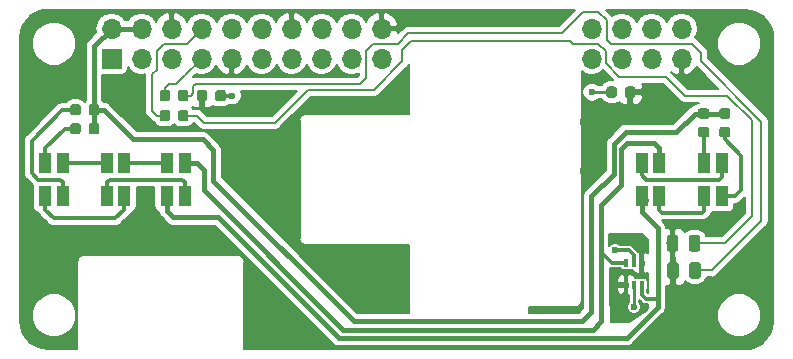
<source format=gtl>
G04 #@! TF.GenerationSoftware,KiCad,Pcbnew,(5.1.0)-1*
G04 #@! TF.CreationDate,2019-03-23T08:53:22+11:00*
G04 #@! TF.ProjectId,VeinCamHatZero,5665696e-4361-46d4-9861-745a65726f2e,rev?*
G04 #@! TF.SameCoordinates,Original*
G04 #@! TF.FileFunction,Copper,L1,Top*
G04 #@! TF.FilePolarity,Positive*
%FSLAX46Y46*%
G04 Gerber Fmt 4.6, Leading zero omitted, Abs format (unit mm)*
G04 Created by KiCad (PCBNEW (5.1.0)-1) date 2019-03-23 08:53:22*
%MOMM*%
%LPD*%
G04 APERTURE LIST*
%ADD10R,1.700000X1.700000*%
%ADD11O,1.700000X1.700000*%
%ADD12C,0.150000*%
%ADD13C,0.975000*%
%ADD14R,0.400000X0.650000*%
%ADD15C,0.875000*%
%ADD16R,1.100000X1.700000*%
%ADD17C,0.600000*%
%ADD18C,0.400000*%
%ADD19C,0.300000*%
%ADD20C,0.200000*%
%ADD21C,0.250000*%
G04 APERTURE END LIST*
D10*
X213370000Y-69770000D03*
D11*
X213370000Y-67230000D03*
X215910000Y-69770000D03*
X215910000Y-67230000D03*
X218450000Y-69770000D03*
X218450000Y-67230000D03*
X220990000Y-69770000D03*
X220990000Y-67230000D03*
X223530000Y-69770000D03*
X223530000Y-67230000D03*
X226070000Y-69770000D03*
X226070000Y-67230000D03*
X228610000Y-69770000D03*
X228610000Y-67230000D03*
X231150000Y-69770000D03*
X231150000Y-67230000D03*
X233690000Y-69770000D03*
X233690000Y-67230000D03*
X236230000Y-69770000D03*
X236230000Y-67230000D03*
X254010000Y-69770000D03*
X254010000Y-67230000D03*
X256550000Y-69770000D03*
X256550000Y-67230000D03*
X259090000Y-69770000D03*
X259090000Y-67230000D03*
X261630000Y-69770000D03*
X261630000Y-67230000D03*
D12*
G36*
X261175143Y-86991175D02*
G01*
X261198804Y-86994685D01*
X261222008Y-87000497D01*
X261244530Y-87008555D01*
X261266154Y-87018783D01*
X261286671Y-87031080D01*
X261305884Y-87045330D01*
X261323608Y-87061394D01*
X261339672Y-87079118D01*
X261353922Y-87098331D01*
X261366219Y-87118848D01*
X261376447Y-87140472D01*
X261384505Y-87162994D01*
X261390317Y-87186198D01*
X261393827Y-87209859D01*
X261395001Y-87233751D01*
X261395001Y-88146251D01*
X261393827Y-88170143D01*
X261390317Y-88193804D01*
X261384505Y-88217008D01*
X261376447Y-88239530D01*
X261366219Y-88261154D01*
X261353922Y-88281671D01*
X261339672Y-88300884D01*
X261323608Y-88318608D01*
X261305884Y-88334672D01*
X261286671Y-88348922D01*
X261266154Y-88361219D01*
X261244530Y-88371447D01*
X261222008Y-88379505D01*
X261198804Y-88385317D01*
X261175143Y-88388827D01*
X261151251Y-88390001D01*
X260663751Y-88390001D01*
X260639859Y-88388827D01*
X260616198Y-88385317D01*
X260592994Y-88379505D01*
X260570472Y-88371447D01*
X260548848Y-88361219D01*
X260528331Y-88348922D01*
X260509118Y-88334672D01*
X260491394Y-88318608D01*
X260475330Y-88300884D01*
X260461080Y-88281671D01*
X260448783Y-88261154D01*
X260438555Y-88239530D01*
X260430497Y-88217008D01*
X260424685Y-88193804D01*
X260421175Y-88170143D01*
X260420001Y-88146251D01*
X260420001Y-87233751D01*
X260421175Y-87209859D01*
X260424685Y-87186198D01*
X260430497Y-87162994D01*
X260438555Y-87140472D01*
X260448783Y-87118848D01*
X260461080Y-87098331D01*
X260475330Y-87079118D01*
X260491394Y-87061394D01*
X260509118Y-87045330D01*
X260528331Y-87031080D01*
X260548848Y-87018783D01*
X260570472Y-87008555D01*
X260592994Y-87000497D01*
X260616198Y-86994685D01*
X260639859Y-86991175D01*
X260663751Y-86990001D01*
X261151251Y-86990001D01*
X261175143Y-86991175D01*
X261175143Y-86991175D01*
G37*
D13*
X260907501Y-87690001D03*
D12*
G36*
X263050143Y-86991175D02*
G01*
X263073804Y-86994685D01*
X263097008Y-87000497D01*
X263119530Y-87008555D01*
X263141154Y-87018783D01*
X263161671Y-87031080D01*
X263180884Y-87045330D01*
X263198608Y-87061394D01*
X263214672Y-87079118D01*
X263228922Y-87098331D01*
X263241219Y-87118848D01*
X263251447Y-87140472D01*
X263259505Y-87162994D01*
X263265317Y-87186198D01*
X263268827Y-87209859D01*
X263270001Y-87233751D01*
X263270001Y-88146251D01*
X263268827Y-88170143D01*
X263265317Y-88193804D01*
X263259505Y-88217008D01*
X263251447Y-88239530D01*
X263241219Y-88261154D01*
X263228922Y-88281671D01*
X263214672Y-88300884D01*
X263198608Y-88318608D01*
X263180884Y-88334672D01*
X263161671Y-88348922D01*
X263141154Y-88361219D01*
X263119530Y-88371447D01*
X263097008Y-88379505D01*
X263073804Y-88385317D01*
X263050143Y-88388827D01*
X263026251Y-88390001D01*
X262538751Y-88390001D01*
X262514859Y-88388827D01*
X262491198Y-88385317D01*
X262467994Y-88379505D01*
X262445472Y-88371447D01*
X262423848Y-88361219D01*
X262403331Y-88348922D01*
X262384118Y-88334672D01*
X262366394Y-88318608D01*
X262350330Y-88300884D01*
X262336080Y-88281671D01*
X262323783Y-88261154D01*
X262313555Y-88239530D01*
X262305497Y-88217008D01*
X262299685Y-88193804D01*
X262296175Y-88170143D01*
X262295001Y-88146251D01*
X262295001Y-87233751D01*
X262296175Y-87209859D01*
X262299685Y-87186198D01*
X262305497Y-87162994D01*
X262313555Y-87140472D01*
X262323783Y-87118848D01*
X262336080Y-87098331D01*
X262350330Y-87079118D01*
X262366394Y-87061394D01*
X262384118Y-87045330D01*
X262403331Y-87031080D01*
X262423848Y-87018783D01*
X262445472Y-87008555D01*
X262467994Y-87000497D01*
X262491198Y-86994685D01*
X262514859Y-86991175D01*
X262538751Y-86990001D01*
X263026251Y-86990001D01*
X263050143Y-86991175D01*
X263050143Y-86991175D01*
G37*
D13*
X262782501Y-87690001D03*
D12*
G36*
X263005142Y-84701174D02*
G01*
X263028803Y-84704684D01*
X263052007Y-84710496D01*
X263074529Y-84718554D01*
X263096153Y-84728782D01*
X263116670Y-84741079D01*
X263135883Y-84755329D01*
X263153607Y-84771393D01*
X263169671Y-84789117D01*
X263183921Y-84808330D01*
X263196218Y-84828847D01*
X263206446Y-84850471D01*
X263214504Y-84872993D01*
X263220316Y-84896197D01*
X263223826Y-84919858D01*
X263225000Y-84943750D01*
X263225000Y-85856250D01*
X263223826Y-85880142D01*
X263220316Y-85903803D01*
X263214504Y-85927007D01*
X263206446Y-85949529D01*
X263196218Y-85971153D01*
X263183921Y-85991670D01*
X263169671Y-86010883D01*
X263153607Y-86028607D01*
X263135883Y-86044671D01*
X263116670Y-86058921D01*
X263096153Y-86071218D01*
X263074529Y-86081446D01*
X263052007Y-86089504D01*
X263028803Y-86095316D01*
X263005142Y-86098826D01*
X262981250Y-86100000D01*
X262493750Y-86100000D01*
X262469858Y-86098826D01*
X262446197Y-86095316D01*
X262422993Y-86089504D01*
X262400471Y-86081446D01*
X262378847Y-86071218D01*
X262358330Y-86058921D01*
X262339117Y-86044671D01*
X262321393Y-86028607D01*
X262305329Y-86010883D01*
X262291079Y-85991670D01*
X262278782Y-85971153D01*
X262268554Y-85949529D01*
X262260496Y-85927007D01*
X262254684Y-85903803D01*
X262251174Y-85880142D01*
X262250000Y-85856250D01*
X262250000Y-84943750D01*
X262251174Y-84919858D01*
X262254684Y-84896197D01*
X262260496Y-84872993D01*
X262268554Y-84850471D01*
X262278782Y-84828847D01*
X262291079Y-84808330D01*
X262305329Y-84789117D01*
X262321393Y-84771393D01*
X262339117Y-84755329D01*
X262358330Y-84741079D01*
X262378847Y-84728782D01*
X262400471Y-84718554D01*
X262422993Y-84710496D01*
X262446197Y-84704684D01*
X262469858Y-84701174D01*
X262493750Y-84700000D01*
X262981250Y-84700000D01*
X263005142Y-84701174D01*
X263005142Y-84701174D01*
G37*
D13*
X262737500Y-85400000D03*
D12*
G36*
X261130142Y-84701174D02*
G01*
X261153803Y-84704684D01*
X261177007Y-84710496D01*
X261199529Y-84718554D01*
X261221153Y-84728782D01*
X261241670Y-84741079D01*
X261260883Y-84755329D01*
X261278607Y-84771393D01*
X261294671Y-84789117D01*
X261308921Y-84808330D01*
X261321218Y-84828847D01*
X261331446Y-84850471D01*
X261339504Y-84872993D01*
X261345316Y-84896197D01*
X261348826Y-84919858D01*
X261350000Y-84943750D01*
X261350000Y-85856250D01*
X261348826Y-85880142D01*
X261345316Y-85903803D01*
X261339504Y-85927007D01*
X261331446Y-85949529D01*
X261321218Y-85971153D01*
X261308921Y-85991670D01*
X261294671Y-86010883D01*
X261278607Y-86028607D01*
X261260883Y-86044671D01*
X261241670Y-86058921D01*
X261221153Y-86071218D01*
X261199529Y-86081446D01*
X261177007Y-86089504D01*
X261153803Y-86095316D01*
X261130142Y-86098826D01*
X261106250Y-86100000D01*
X260618750Y-86100000D01*
X260594858Y-86098826D01*
X260571197Y-86095316D01*
X260547993Y-86089504D01*
X260525471Y-86081446D01*
X260503847Y-86071218D01*
X260483330Y-86058921D01*
X260464117Y-86044671D01*
X260446393Y-86028607D01*
X260430329Y-86010883D01*
X260416079Y-85991670D01*
X260403782Y-85971153D01*
X260393554Y-85949529D01*
X260385496Y-85927007D01*
X260379684Y-85903803D01*
X260376174Y-85880142D01*
X260375000Y-85856250D01*
X260375000Y-84943750D01*
X260376174Y-84919858D01*
X260379684Y-84896197D01*
X260385496Y-84872993D01*
X260393554Y-84850471D01*
X260403782Y-84828847D01*
X260416079Y-84808330D01*
X260430329Y-84789117D01*
X260446393Y-84771393D01*
X260464117Y-84755329D01*
X260483330Y-84741079D01*
X260503847Y-84728782D01*
X260525471Y-84718554D01*
X260547993Y-84710496D01*
X260571197Y-84704684D01*
X260594858Y-84701174D01*
X260618750Y-84700000D01*
X261106250Y-84700000D01*
X261130142Y-84701174D01*
X261130142Y-84701174D01*
G37*
D13*
X260862500Y-85400000D03*
D14*
X256950000Y-88950000D03*
X258250000Y-88950000D03*
X257600000Y-87050000D03*
X257600000Y-88950000D03*
X258250000Y-87050000D03*
X256950000Y-87050000D03*
D12*
G36*
X265577691Y-75551053D02*
G01*
X265598926Y-75554203D01*
X265619750Y-75559419D01*
X265639962Y-75566651D01*
X265659368Y-75575830D01*
X265677781Y-75586866D01*
X265695024Y-75599654D01*
X265710930Y-75614070D01*
X265725346Y-75629976D01*
X265738134Y-75647219D01*
X265749170Y-75665632D01*
X265758349Y-75685038D01*
X265765581Y-75705250D01*
X265770797Y-75726074D01*
X265773947Y-75747309D01*
X265775000Y-75768750D01*
X265775000Y-76206250D01*
X265773947Y-76227691D01*
X265770797Y-76248926D01*
X265765581Y-76269750D01*
X265758349Y-76289962D01*
X265749170Y-76309368D01*
X265738134Y-76327781D01*
X265725346Y-76345024D01*
X265710930Y-76360930D01*
X265695024Y-76375346D01*
X265677781Y-76388134D01*
X265659368Y-76399170D01*
X265639962Y-76408349D01*
X265619750Y-76415581D01*
X265598926Y-76420797D01*
X265577691Y-76423947D01*
X265556250Y-76425000D01*
X265043750Y-76425000D01*
X265022309Y-76423947D01*
X265001074Y-76420797D01*
X264980250Y-76415581D01*
X264960038Y-76408349D01*
X264940632Y-76399170D01*
X264922219Y-76388134D01*
X264904976Y-76375346D01*
X264889070Y-76360930D01*
X264874654Y-76345024D01*
X264861866Y-76327781D01*
X264850830Y-76309368D01*
X264841651Y-76289962D01*
X264834419Y-76269750D01*
X264829203Y-76248926D01*
X264826053Y-76227691D01*
X264825000Y-76206250D01*
X264825000Y-75768750D01*
X264826053Y-75747309D01*
X264829203Y-75726074D01*
X264834419Y-75705250D01*
X264841651Y-75685038D01*
X264850830Y-75665632D01*
X264861866Y-75647219D01*
X264874654Y-75629976D01*
X264889070Y-75614070D01*
X264904976Y-75599654D01*
X264922219Y-75586866D01*
X264940632Y-75575830D01*
X264960038Y-75566651D01*
X264980250Y-75559419D01*
X265001074Y-75554203D01*
X265022309Y-75551053D01*
X265043750Y-75550000D01*
X265556250Y-75550000D01*
X265577691Y-75551053D01*
X265577691Y-75551053D01*
G37*
D15*
X265300000Y-75987500D03*
D12*
G36*
X265577691Y-73976053D02*
G01*
X265598926Y-73979203D01*
X265619750Y-73984419D01*
X265639962Y-73991651D01*
X265659368Y-74000830D01*
X265677781Y-74011866D01*
X265695024Y-74024654D01*
X265710930Y-74039070D01*
X265725346Y-74054976D01*
X265738134Y-74072219D01*
X265749170Y-74090632D01*
X265758349Y-74110038D01*
X265765581Y-74130250D01*
X265770797Y-74151074D01*
X265773947Y-74172309D01*
X265775000Y-74193750D01*
X265775000Y-74631250D01*
X265773947Y-74652691D01*
X265770797Y-74673926D01*
X265765581Y-74694750D01*
X265758349Y-74714962D01*
X265749170Y-74734368D01*
X265738134Y-74752781D01*
X265725346Y-74770024D01*
X265710930Y-74785930D01*
X265695024Y-74800346D01*
X265677781Y-74813134D01*
X265659368Y-74824170D01*
X265639962Y-74833349D01*
X265619750Y-74840581D01*
X265598926Y-74845797D01*
X265577691Y-74848947D01*
X265556250Y-74850000D01*
X265043750Y-74850000D01*
X265022309Y-74848947D01*
X265001074Y-74845797D01*
X264980250Y-74840581D01*
X264960038Y-74833349D01*
X264940632Y-74824170D01*
X264922219Y-74813134D01*
X264904976Y-74800346D01*
X264889070Y-74785930D01*
X264874654Y-74770024D01*
X264861866Y-74752781D01*
X264850830Y-74734368D01*
X264841651Y-74714962D01*
X264834419Y-74694750D01*
X264829203Y-74673926D01*
X264826053Y-74652691D01*
X264825000Y-74631250D01*
X264825000Y-74193750D01*
X264826053Y-74172309D01*
X264829203Y-74151074D01*
X264834419Y-74130250D01*
X264841651Y-74110038D01*
X264850830Y-74090632D01*
X264861866Y-74072219D01*
X264874654Y-74054976D01*
X264889070Y-74039070D01*
X264904976Y-74024654D01*
X264922219Y-74011866D01*
X264940632Y-74000830D01*
X264960038Y-73991651D01*
X264980250Y-73984419D01*
X265001074Y-73979203D01*
X265022309Y-73976053D01*
X265043750Y-73975000D01*
X265556250Y-73975000D01*
X265577691Y-73976053D01*
X265577691Y-73976053D01*
G37*
D15*
X265300000Y-74412500D03*
D12*
G36*
X263777691Y-73976053D02*
G01*
X263798926Y-73979203D01*
X263819750Y-73984419D01*
X263839962Y-73991651D01*
X263859368Y-74000830D01*
X263877781Y-74011866D01*
X263895024Y-74024654D01*
X263910930Y-74039070D01*
X263925346Y-74054976D01*
X263938134Y-74072219D01*
X263949170Y-74090632D01*
X263958349Y-74110038D01*
X263965581Y-74130250D01*
X263970797Y-74151074D01*
X263973947Y-74172309D01*
X263975000Y-74193750D01*
X263975000Y-74631250D01*
X263973947Y-74652691D01*
X263970797Y-74673926D01*
X263965581Y-74694750D01*
X263958349Y-74714962D01*
X263949170Y-74734368D01*
X263938134Y-74752781D01*
X263925346Y-74770024D01*
X263910930Y-74785930D01*
X263895024Y-74800346D01*
X263877781Y-74813134D01*
X263859368Y-74824170D01*
X263839962Y-74833349D01*
X263819750Y-74840581D01*
X263798926Y-74845797D01*
X263777691Y-74848947D01*
X263756250Y-74850000D01*
X263243750Y-74850000D01*
X263222309Y-74848947D01*
X263201074Y-74845797D01*
X263180250Y-74840581D01*
X263160038Y-74833349D01*
X263140632Y-74824170D01*
X263122219Y-74813134D01*
X263104976Y-74800346D01*
X263089070Y-74785930D01*
X263074654Y-74770024D01*
X263061866Y-74752781D01*
X263050830Y-74734368D01*
X263041651Y-74714962D01*
X263034419Y-74694750D01*
X263029203Y-74673926D01*
X263026053Y-74652691D01*
X263025000Y-74631250D01*
X263025000Y-74193750D01*
X263026053Y-74172309D01*
X263029203Y-74151074D01*
X263034419Y-74130250D01*
X263041651Y-74110038D01*
X263050830Y-74090632D01*
X263061866Y-74072219D01*
X263074654Y-74054976D01*
X263089070Y-74039070D01*
X263104976Y-74024654D01*
X263122219Y-74011866D01*
X263140632Y-74000830D01*
X263160038Y-73991651D01*
X263180250Y-73984419D01*
X263201074Y-73979203D01*
X263222309Y-73976053D01*
X263243750Y-73975000D01*
X263756250Y-73975000D01*
X263777691Y-73976053D01*
X263777691Y-73976053D01*
G37*
D15*
X263500000Y-74412500D03*
D12*
G36*
X263777691Y-75551053D02*
G01*
X263798926Y-75554203D01*
X263819750Y-75559419D01*
X263839962Y-75566651D01*
X263859368Y-75575830D01*
X263877781Y-75586866D01*
X263895024Y-75599654D01*
X263910930Y-75614070D01*
X263925346Y-75629976D01*
X263938134Y-75647219D01*
X263949170Y-75665632D01*
X263958349Y-75685038D01*
X263965581Y-75705250D01*
X263970797Y-75726074D01*
X263973947Y-75747309D01*
X263975000Y-75768750D01*
X263975000Y-76206250D01*
X263973947Y-76227691D01*
X263970797Y-76248926D01*
X263965581Y-76269750D01*
X263958349Y-76289962D01*
X263949170Y-76309368D01*
X263938134Y-76327781D01*
X263925346Y-76345024D01*
X263910930Y-76360930D01*
X263895024Y-76375346D01*
X263877781Y-76388134D01*
X263859368Y-76399170D01*
X263839962Y-76408349D01*
X263819750Y-76415581D01*
X263798926Y-76420797D01*
X263777691Y-76423947D01*
X263756250Y-76425000D01*
X263243750Y-76425000D01*
X263222309Y-76423947D01*
X263201074Y-76420797D01*
X263180250Y-76415581D01*
X263160038Y-76408349D01*
X263140632Y-76399170D01*
X263122219Y-76388134D01*
X263104976Y-76375346D01*
X263089070Y-76360930D01*
X263074654Y-76345024D01*
X263061866Y-76327781D01*
X263050830Y-76309368D01*
X263041651Y-76289962D01*
X263034419Y-76269750D01*
X263029203Y-76248926D01*
X263026053Y-76227691D01*
X263025000Y-76206250D01*
X263025000Y-75768750D01*
X263026053Y-75747309D01*
X263029203Y-75726074D01*
X263034419Y-75705250D01*
X263041651Y-75685038D01*
X263050830Y-75665632D01*
X263061866Y-75647219D01*
X263074654Y-75629976D01*
X263089070Y-75614070D01*
X263104976Y-75599654D01*
X263122219Y-75586866D01*
X263140632Y-75575830D01*
X263160038Y-75566651D01*
X263180250Y-75559419D01*
X263201074Y-75554203D01*
X263222309Y-75551053D01*
X263243750Y-75550000D01*
X263756250Y-75550000D01*
X263777691Y-75551053D01*
X263777691Y-75551053D01*
G37*
D15*
X263500000Y-75987500D03*
D12*
G36*
X210552691Y-75226053D02*
G01*
X210573926Y-75229203D01*
X210594750Y-75234419D01*
X210614962Y-75241651D01*
X210634368Y-75250830D01*
X210652781Y-75261866D01*
X210670024Y-75274654D01*
X210685930Y-75289070D01*
X210700346Y-75304976D01*
X210713134Y-75322219D01*
X210724170Y-75340632D01*
X210733349Y-75360038D01*
X210740581Y-75380250D01*
X210745797Y-75401074D01*
X210748947Y-75422309D01*
X210750000Y-75443750D01*
X210750000Y-75956250D01*
X210748947Y-75977691D01*
X210745797Y-75998926D01*
X210740581Y-76019750D01*
X210733349Y-76039962D01*
X210724170Y-76059368D01*
X210713134Y-76077781D01*
X210700346Y-76095024D01*
X210685930Y-76110930D01*
X210670024Y-76125346D01*
X210652781Y-76138134D01*
X210634368Y-76149170D01*
X210614962Y-76158349D01*
X210594750Y-76165581D01*
X210573926Y-76170797D01*
X210552691Y-76173947D01*
X210531250Y-76175000D01*
X210093750Y-76175000D01*
X210072309Y-76173947D01*
X210051074Y-76170797D01*
X210030250Y-76165581D01*
X210010038Y-76158349D01*
X209990632Y-76149170D01*
X209972219Y-76138134D01*
X209954976Y-76125346D01*
X209939070Y-76110930D01*
X209924654Y-76095024D01*
X209911866Y-76077781D01*
X209900830Y-76059368D01*
X209891651Y-76039962D01*
X209884419Y-76019750D01*
X209879203Y-75998926D01*
X209876053Y-75977691D01*
X209875000Y-75956250D01*
X209875000Y-75443750D01*
X209876053Y-75422309D01*
X209879203Y-75401074D01*
X209884419Y-75380250D01*
X209891651Y-75360038D01*
X209900830Y-75340632D01*
X209911866Y-75322219D01*
X209924654Y-75304976D01*
X209939070Y-75289070D01*
X209954976Y-75274654D01*
X209972219Y-75261866D01*
X209990632Y-75250830D01*
X210010038Y-75241651D01*
X210030250Y-75234419D01*
X210051074Y-75229203D01*
X210072309Y-75226053D01*
X210093750Y-75225000D01*
X210531250Y-75225000D01*
X210552691Y-75226053D01*
X210552691Y-75226053D01*
G37*
D15*
X210312500Y-75700000D03*
D12*
G36*
X212127691Y-75226053D02*
G01*
X212148926Y-75229203D01*
X212169750Y-75234419D01*
X212189962Y-75241651D01*
X212209368Y-75250830D01*
X212227781Y-75261866D01*
X212245024Y-75274654D01*
X212260930Y-75289070D01*
X212275346Y-75304976D01*
X212288134Y-75322219D01*
X212299170Y-75340632D01*
X212308349Y-75360038D01*
X212315581Y-75380250D01*
X212320797Y-75401074D01*
X212323947Y-75422309D01*
X212325000Y-75443750D01*
X212325000Y-75956250D01*
X212323947Y-75977691D01*
X212320797Y-75998926D01*
X212315581Y-76019750D01*
X212308349Y-76039962D01*
X212299170Y-76059368D01*
X212288134Y-76077781D01*
X212275346Y-76095024D01*
X212260930Y-76110930D01*
X212245024Y-76125346D01*
X212227781Y-76138134D01*
X212209368Y-76149170D01*
X212189962Y-76158349D01*
X212169750Y-76165581D01*
X212148926Y-76170797D01*
X212127691Y-76173947D01*
X212106250Y-76175000D01*
X211668750Y-76175000D01*
X211647309Y-76173947D01*
X211626074Y-76170797D01*
X211605250Y-76165581D01*
X211585038Y-76158349D01*
X211565632Y-76149170D01*
X211547219Y-76138134D01*
X211529976Y-76125346D01*
X211514070Y-76110930D01*
X211499654Y-76095024D01*
X211486866Y-76077781D01*
X211475830Y-76059368D01*
X211466651Y-76039962D01*
X211459419Y-76019750D01*
X211454203Y-75998926D01*
X211451053Y-75977691D01*
X211450000Y-75956250D01*
X211450000Y-75443750D01*
X211451053Y-75422309D01*
X211454203Y-75401074D01*
X211459419Y-75380250D01*
X211466651Y-75360038D01*
X211475830Y-75340632D01*
X211486866Y-75322219D01*
X211499654Y-75304976D01*
X211514070Y-75289070D01*
X211529976Y-75274654D01*
X211547219Y-75261866D01*
X211565632Y-75250830D01*
X211585038Y-75241651D01*
X211605250Y-75234419D01*
X211626074Y-75229203D01*
X211647309Y-75226053D01*
X211668750Y-75225000D01*
X212106250Y-75225000D01*
X212127691Y-75226053D01*
X212127691Y-75226053D01*
G37*
D15*
X211887500Y-75700000D03*
D12*
G36*
X212127691Y-73626053D02*
G01*
X212148926Y-73629203D01*
X212169750Y-73634419D01*
X212189962Y-73641651D01*
X212209368Y-73650830D01*
X212227781Y-73661866D01*
X212245024Y-73674654D01*
X212260930Y-73689070D01*
X212275346Y-73704976D01*
X212288134Y-73722219D01*
X212299170Y-73740632D01*
X212308349Y-73760038D01*
X212315581Y-73780250D01*
X212320797Y-73801074D01*
X212323947Y-73822309D01*
X212325000Y-73843750D01*
X212325000Y-74356250D01*
X212323947Y-74377691D01*
X212320797Y-74398926D01*
X212315581Y-74419750D01*
X212308349Y-74439962D01*
X212299170Y-74459368D01*
X212288134Y-74477781D01*
X212275346Y-74495024D01*
X212260930Y-74510930D01*
X212245024Y-74525346D01*
X212227781Y-74538134D01*
X212209368Y-74549170D01*
X212189962Y-74558349D01*
X212169750Y-74565581D01*
X212148926Y-74570797D01*
X212127691Y-74573947D01*
X212106250Y-74575000D01*
X211668750Y-74575000D01*
X211647309Y-74573947D01*
X211626074Y-74570797D01*
X211605250Y-74565581D01*
X211585038Y-74558349D01*
X211565632Y-74549170D01*
X211547219Y-74538134D01*
X211529976Y-74525346D01*
X211514070Y-74510930D01*
X211499654Y-74495024D01*
X211486866Y-74477781D01*
X211475830Y-74459368D01*
X211466651Y-74439962D01*
X211459419Y-74419750D01*
X211454203Y-74398926D01*
X211451053Y-74377691D01*
X211450000Y-74356250D01*
X211450000Y-73843750D01*
X211451053Y-73822309D01*
X211454203Y-73801074D01*
X211459419Y-73780250D01*
X211466651Y-73760038D01*
X211475830Y-73740632D01*
X211486866Y-73722219D01*
X211499654Y-73704976D01*
X211514070Y-73689070D01*
X211529976Y-73674654D01*
X211547219Y-73661866D01*
X211565632Y-73650830D01*
X211585038Y-73641651D01*
X211605250Y-73634419D01*
X211626074Y-73629203D01*
X211647309Y-73626053D01*
X211668750Y-73625000D01*
X212106250Y-73625000D01*
X212127691Y-73626053D01*
X212127691Y-73626053D01*
G37*
D15*
X211887500Y-74100000D03*
D12*
G36*
X210552691Y-73626053D02*
G01*
X210573926Y-73629203D01*
X210594750Y-73634419D01*
X210614962Y-73641651D01*
X210634368Y-73650830D01*
X210652781Y-73661866D01*
X210670024Y-73674654D01*
X210685930Y-73689070D01*
X210700346Y-73704976D01*
X210713134Y-73722219D01*
X210724170Y-73740632D01*
X210733349Y-73760038D01*
X210740581Y-73780250D01*
X210745797Y-73801074D01*
X210748947Y-73822309D01*
X210750000Y-73843750D01*
X210750000Y-74356250D01*
X210748947Y-74377691D01*
X210745797Y-74398926D01*
X210740581Y-74419750D01*
X210733349Y-74439962D01*
X210724170Y-74459368D01*
X210713134Y-74477781D01*
X210700346Y-74495024D01*
X210685930Y-74510930D01*
X210670024Y-74525346D01*
X210652781Y-74538134D01*
X210634368Y-74549170D01*
X210614962Y-74558349D01*
X210594750Y-74565581D01*
X210573926Y-74570797D01*
X210552691Y-74573947D01*
X210531250Y-74575000D01*
X210093750Y-74575000D01*
X210072309Y-74573947D01*
X210051074Y-74570797D01*
X210030250Y-74565581D01*
X210010038Y-74558349D01*
X209990632Y-74549170D01*
X209972219Y-74538134D01*
X209954976Y-74525346D01*
X209939070Y-74510930D01*
X209924654Y-74495024D01*
X209911866Y-74477781D01*
X209900830Y-74459368D01*
X209891651Y-74439962D01*
X209884419Y-74419750D01*
X209879203Y-74398926D01*
X209876053Y-74377691D01*
X209875000Y-74356250D01*
X209875000Y-73843750D01*
X209876053Y-73822309D01*
X209879203Y-73801074D01*
X209884419Y-73780250D01*
X209891651Y-73760038D01*
X209900830Y-73740632D01*
X209911866Y-73722219D01*
X209924654Y-73704976D01*
X209939070Y-73689070D01*
X209954976Y-73674654D01*
X209972219Y-73661866D01*
X209990632Y-73650830D01*
X210010038Y-73641651D01*
X210030250Y-73634419D01*
X210051074Y-73629203D01*
X210072309Y-73626053D01*
X210093750Y-73625000D01*
X210531250Y-73625000D01*
X210552691Y-73626053D01*
X210552691Y-73626053D01*
G37*
D15*
X210312500Y-74100000D03*
D12*
G36*
X221265191Y-72426053D02*
G01*
X221286426Y-72429203D01*
X221307250Y-72434419D01*
X221327462Y-72441651D01*
X221346868Y-72450830D01*
X221365281Y-72461866D01*
X221382524Y-72474654D01*
X221398430Y-72489070D01*
X221412846Y-72504976D01*
X221425634Y-72522219D01*
X221436670Y-72540632D01*
X221445849Y-72560038D01*
X221453081Y-72580250D01*
X221458297Y-72601074D01*
X221461447Y-72622309D01*
X221462500Y-72643750D01*
X221462500Y-73156250D01*
X221461447Y-73177691D01*
X221458297Y-73198926D01*
X221453081Y-73219750D01*
X221445849Y-73239962D01*
X221436670Y-73259368D01*
X221425634Y-73277781D01*
X221412846Y-73295024D01*
X221398430Y-73310930D01*
X221382524Y-73325346D01*
X221365281Y-73338134D01*
X221346868Y-73349170D01*
X221327462Y-73358349D01*
X221307250Y-73365581D01*
X221286426Y-73370797D01*
X221265191Y-73373947D01*
X221243750Y-73375000D01*
X220806250Y-73375000D01*
X220784809Y-73373947D01*
X220763574Y-73370797D01*
X220742750Y-73365581D01*
X220722538Y-73358349D01*
X220703132Y-73349170D01*
X220684719Y-73338134D01*
X220667476Y-73325346D01*
X220651570Y-73310930D01*
X220637154Y-73295024D01*
X220624366Y-73277781D01*
X220613330Y-73259368D01*
X220604151Y-73239962D01*
X220596919Y-73219750D01*
X220591703Y-73198926D01*
X220588553Y-73177691D01*
X220587500Y-73156250D01*
X220587500Y-72643750D01*
X220588553Y-72622309D01*
X220591703Y-72601074D01*
X220596919Y-72580250D01*
X220604151Y-72560038D01*
X220613330Y-72540632D01*
X220624366Y-72522219D01*
X220637154Y-72504976D01*
X220651570Y-72489070D01*
X220667476Y-72474654D01*
X220684719Y-72461866D01*
X220703132Y-72450830D01*
X220722538Y-72441651D01*
X220742750Y-72434419D01*
X220763574Y-72429203D01*
X220784809Y-72426053D01*
X220806250Y-72425000D01*
X221243750Y-72425000D01*
X221265191Y-72426053D01*
X221265191Y-72426053D01*
G37*
D15*
X221025000Y-72900000D03*
D12*
G36*
X222840191Y-72426053D02*
G01*
X222861426Y-72429203D01*
X222882250Y-72434419D01*
X222902462Y-72441651D01*
X222921868Y-72450830D01*
X222940281Y-72461866D01*
X222957524Y-72474654D01*
X222973430Y-72489070D01*
X222987846Y-72504976D01*
X223000634Y-72522219D01*
X223011670Y-72540632D01*
X223020849Y-72560038D01*
X223028081Y-72580250D01*
X223033297Y-72601074D01*
X223036447Y-72622309D01*
X223037500Y-72643750D01*
X223037500Y-73156250D01*
X223036447Y-73177691D01*
X223033297Y-73198926D01*
X223028081Y-73219750D01*
X223020849Y-73239962D01*
X223011670Y-73259368D01*
X223000634Y-73277781D01*
X222987846Y-73295024D01*
X222973430Y-73310930D01*
X222957524Y-73325346D01*
X222940281Y-73338134D01*
X222921868Y-73349170D01*
X222902462Y-73358349D01*
X222882250Y-73365581D01*
X222861426Y-73370797D01*
X222840191Y-73373947D01*
X222818750Y-73375000D01*
X222381250Y-73375000D01*
X222359809Y-73373947D01*
X222338574Y-73370797D01*
X222317750Y-73365581D01*
X222297538Y-73358349D01*
X222278132Y-73349170D01*
X222259719Y-73338134D01*
X222242476Y-73325346D01*
X222226570Y-73310930D01*
X222212154Y-73295024D01*
X222199366Y-73277781D01*
X222188330Y-73259368D01*
X222179151Y-73239962D01*
X222171919Y-73219750D01*
X222166703Y-73198926D01*
X222163553Y-73177691D01*
X222162500Y-73156250D01*
X222162500Y-72643750D01*
X222163553Y-72622309D01*
X222166703Y-72601074D01*
X222171919Y-72580250D01*
X222179151Y-72560038D01*
X222188330Y-72540632D01*
X222199366Y-72522219D01*
X222212154Y-72504976D01*
X222226570Y-72489070D01*
X222242476Y-72474654D01*
X222259719Y-72461866D01*
X222278132Y-72450830D01*
X222297538Y-72441651D01*
X222317750Y-72434419D01*
X222338574Y-72429203D01*
X222359809Y-72426053D01*
X222381250Y-72425000D01*
X222818750Y-72425000D01*
X222840191Y-72426053D01*
X222840191Y-72426053D01*
G37*
D15*
X222600000Y-72900000D03*
D12*
G36*
X218113792Y-72426053D02*
G01*
X218135027Y-72429203D01*
X218155851Y-72434419D01*
X218176063Y-72441651D01*
X218195469Y-72450830D01*
X218213882Y-72461866D01*
X218231125Y-72474654D01*
X218247031Y-72489070D01*
X218261447Y-72504976D01*
X218274235Y-72522219D01*
X218285271Y-72540632D01*
X218294450Y-72560038D01*
X218301682Y-72580250D01*
X218306898Y-72601074D01*
X218310048Y-72622309D01*
X218311101Y-72643750D01*
X218311101Y-73156250D01*
X218310048Y-73177691D01*
X218306898Y-73198926D01*
X218301682Y-73219750D01*
X218294450Y-73239962D01*
X218285271Y-73259368D01*
X218274235Y-73277781D01*
X218261447Y-73295024D01*
X218247031Y-73310930D01*
X218231125Y-73325346D01*
X218213882Y-73338134D01*
X218195469Y-73349170D01*
X218176063Y-73358349D01*
X218155851Y-73365581D01*
X218135027Y-73370797D01*
X218113792Y-73373947D01*
X218092351Y-73375000D01*
X217654851Y-73375000D01*
X217633410Y-73373947D01*
X217612175Y-73370797D01*
X217591351Y-73365581D01*
X217571139Y-73358349D01*
X217551733Y-73349170D01*
X217533320Y-73338134D01*
X217516077Y-73325346D01*
X217500171Y-73310930D01*
X217485755Y-73295024D01*
X217472967Y-73277781D01*
X217461931Y-73259368D01*
X217452752Y-73239962D01*
X217445520Y-73219750D01*
X217440304Y-73198926D01*
X217437154Y-73177691D01*
X217436101Y-73156250D01*
X217436101Y-72643750D01*
X217437154Y-72622309D01*
X217440304Y-72601074D01*
X217445520Y-72580250D01*
X217452752Y-72560038D01*
X217461931Y-72540632D01*
X217472967Y-72522219D01*
X217485755Y-72504976D01*
X217500171Y-72489070D01*
X217516077Y-72474654D01*
X217533320Y-72461866D01*
X217551733Y-72450830D01*
X217571139Y-72441651D01*
X217591351Y-72434419D01*
X217612175Y-72429203D01*
X217633410Y-72426053D01*
X217654851Y-72425000D01*
X218092351Y-72425000D01*
X218113792Y-72426053D01*
X218113792Y-72426053D01*
G37*
D15*
X217873601Y-72900000D03*
D12*
G36*
X219688792Y-72426053D02*
G01*
X219710027Y-72429203D01*
X219730851Y-72434419D01*
X219751063Y-72441651D01*
X219770469Y-72450830D01*
X219788882Y-72461866D01*
X219806125Y-72474654D01*
X219822031Y-72489070D01*
X219836447Y-72504976D01*
X219849235Y-72522219D01*
X219860271Y-72540632D01*
X219869450Y-72560038D01*
X219876682Y-72580250D01*
X219881898Y-72601074D01*
X219885048Y-72622309D01*
X219886101Y-72643750D01*
X219886101Y-73156250D01*
X219885048Y-73177691D01*
X219881898Y-73198926D01*
X219876682Y-73219750D01*
X219869450Y-73239962D01*
X219860271Y-73259368D01*
X219849235Y-73277781D01*
X219836447Y-73295024D01*
X219822031Y-73310930D01*
X219806125Y-73325346D01*
X219788882Y-73338134D01*
X219770469Y-73349170D01*
X219751063Y-73358349D01*
X219730851Y-73365581D01*
X219710027Y-73370797D01*
X219688792Y-73373947D01*
X219667351Y-73375000D01*
X219229851Y-73375000D01*
X219208410Y-73373947D01*
X219187175Y-73370797D01*
X219166351Y-73365581D01*
X219146139Y-73358349D01*
X219126733Y-73349170D01*
X219108320Y-73338134D01*
X219091077Y-73325346D01*
X219075171Y-73310930D01*
X219060755Y-73295024D01*
X219047967Y-73277781D01*
X219036931Y-73259368D01*
X219027752Y-73239962D01*
X219020520Y-73219750D01*
X219015304Y-73198926D01*
X219012154Y-73177691D01*
X219011101Y-73156250D01*
X219011101Y-72643750D01*
X219012154Y-72622309D01*
X219015304Y-72601074D01*
X219020520Y-72580250D01*
X219027752Y-72560038D01*
X219036931Y-72540632D01*
X219047967Y-72522219D01*
X219060755Y-72504976D01*
X219075171Y-72489070D01*
X219091077Y-72474654D01*
X219108320Y-72461866D01*
X219126733Y-72450830D01*
X219146139Y-72441651D01*
X219166351Y-72434419D01*
X219187175Y-72429203D01*
X219208410Y-72426053D01*
X219229851Y-72425000D01*
X219667351Y-72425000D01*
X219688792Y-72426053D01*
X219688792Y-72426053D01*
G37*
D15*
X219448601Y-72900000D03*
D12*
G36*
X219688792Y-74126053D02*
G01*
X219710027Y-74129203D01*
X219730851Y-74134419D01*
X219751063Y-74141651D01*
X219770469Y-74150830D01*
X219788882Y-74161866D01*
X219806125Y-74174654D01*
X219822031Y-74189070D01*
X219836447Y-74204976D01*
X219849235Y-74222219D01*
X219860271Y-74240632D01*
X219869450Y-74260038D01*
X219876682Y-74280250D01*
X219881898Y-74301074D01*
X219885048Y-74322309D01*
X219886101Y-74343750D01*
X219886101Y-74856250D01*
X219885048Y-74877691D01*
X219881898Y-74898926D01*
X219876682Y-74919750D01*
X219869450Y-74939962D01*
X219860271Y-74959368D01*
X219849235Y-74977781D01*
X219836447Y-74995024D01*
X219822031Y-75010930D01*
X219806125Y-75025346D01*
X219788882Y-75038134D01*
X219770469Y-75049170D01*
X219751063Y-75058349D01*
X219730851Y-75065581D01*
X219710027Y-75070797D01*
X219688792Y-75073947D01*
X219667351Y-75075000D01*
X219229851Y-75075000D01*
X219208410Y-75073947D01*
X219187175Y-75070797D01*
X219166351Y-75065581D01*
X219146139Y-75058349D01*
X219126733Y-75049170D01*
X219108320Y-75038134D01*
X219091077Y-75025346D01*
X219075171Y-75010930D01*
X219060755Y-74995024D01*
X219047967Y-74977781D01*
X219036931Y-74959368D01*
X219027752Y-74939962D01*
X219020520Y-74919750D01*
X219015304Y-74898926D01*
X219012154Y-74877691D01*
X219011101Y-74856250D01*
X219011101Y-74343750D01*
X219012154Y-74322309D01*
X219015304Y-74301074D01*
X219020520Y-74280250D01*
X219027752Y-74260038D01*
X219036931Y-74240632D01*
X219047967Y-74222219D01*
X219060755Y-74204976D01*
X219075171Y-74189070D01*
X219091077Y-74174654D01*
X219108320Y-74161866D01*
X219126733Y-74150830D01*
X219146139Y-74141651D01*
X219166351Y-74134419D01*
X219187175Y-74129203D01*
X219208410Y-74126053D01*
X219229851Y-74125000D01*
X219667351Y-74125000D01*
X219688792Y-74126053D01*
X219688792Y-74126053D01*
G37*
D15*
X219448601Y-74600000D03*
D12*
G36*
X218113792Y-74126053D02*
G01*
X218135027Y-74129203D01*
X218155851Y-74134419D01*
X218176063Y-74141651D01*
X218195469Y-74150830D01*
X218213882Y-74161866D01*
X218231125Y-74174654D01*
X218247031Y-74189070D01*
X218261447Y-74204976D01*
X218274235Y-74222219D01*
X218285271Y-74240632D01*
X218294450Y-74260038D01*
X218301682Y-74280250D01*
X218306898Y-74301074D01*
X218310048Y-74322309D01*
X218311101Y-74343750D01*
X218311101Y-74856250D01*
X218310048Y-74877691D01*
X218306898Y-74898926D01*
X218301682Y-74919750D01*
X218294450Y-74939962D01*
X218285271Y-74959368D01*
X218274235Y-74977781D01*
X218261447Y-74995024D01*
X218247031Y-75010930D01*
X218231125Y-75025346D01*
X218213882Y-75038134D01*
X218195469Y-75049170D01*
X218176063Y-75058349D01*
X218155851Y-75065581D01*
X218135027Y-75070797D01*
X218113792Y-75073947D01*
X218092351Y-75075000D01*
X217654851Y-75075000D01*
X217633410Y-75073947D01*
X217612175Y-75070797D01*
X217591351Y-75065581D01*
X217571139Y-75058349D01*
X217551733Y-75049170D01*
X217533320Y-75038134D01*
X217516077Y-75025346D01*
X217500171Y-75010930D01*
X217485755Y-74995024D01*
X217472967Y-74977781D01*
X217461931Y-74959368D01*
X217452752Y-74939962D01*
X217445520Y-74919750D01*
X217440304Y-74898926D01*
X217437154Y-74877691D01*
X217436101Y-74856250D01*
X217436101Y-74343750D01*
X217437154Y-74322309D01*
X217440304Y-74301074D01*
X217445520Y-74280250D01*
X217452752Y-74260038D01*
X217461931Y-74240632D01*
X217472967Y-74222219D01*
X217485755Y-74204976D01*
X217500171Y-74189070D01*
X217516077Y-74174654D01*
X217533320Y-74161866D01*
X217551733Y-74150830D01*
X217571139Y-74141651D01*
X217591351Y-74134419D01*
X217612175Y-74129203D01*
X217633410Y-74126053D01*
X217654851Y-74125000D01*
X218092351Y-74125000D01*
X218113792Y-74126053D01*
X218113792Y-74126053D01*
G37*
D15*
X217873601Y-74600000D03*
D12*
G36*
X255952691Y-72126053D02*
G01*
X255973926Y-72129203D01*
X255994750Y-72134419D01*
X256014962Y-72141651D01*
X256034368Y-72150830D01*
X256052781Y-72161866D01*
X256070024Y-72174654D01*
X256085930Y-72189070D01*
X256100346Y-72204976D01*
X256113134Y-72222219D01*
X256124170Y-72240632D01*
X256133349Y-72260038D01*
X256140581Y-72280250D01*
X256145797Y-72301074D01*
X256148947Y-72322309D01*
X256150000Y-72343750D01*
X256150000Y-72856250D01*
X256148947Y-72877691D01*
X256145797Y-72898926D01*
X256140581Y-72919750D01*
X256133349Y-72939962D01*
X256124170Y-72959368D01*
X256113134Y-72977781D01*
X256100346Y-72995024D01*
X256085930Y-73010930D01*
X256070024Y-73025346D01*
X256052781Y-73038134D01*
X256034368Y-73049170D01*
X256014962Y-73058349D01*
X255994750Y-73065581D01*
X255973926Y-73070797D01*
X255952691Y-73073947D01*
X255931250Y-73075000D01*
X255493750Y-73075000D01*
X255472309Y-73073947D01*
X255451074Y-73070797D01*
X255430250Y-73065581D01*
X255410038Y-73058349D01*
X255390632Y-73049170D01*
X255372219Y-73038134D01*
X255354976Y-73025346D01*
X255339070Y-73010930D01*
X255324654Y-72995024D01*
X255311866Y-72977781D01*
X255300830Y-72959368D01*
X255291651Y-72939962D01*
X255284419Y-72919750D01*
X255279203Y-72898926D01*
X255276053Y-72877691D01*
X255275000Y-72856250D01*
X255275000Y-72343750D01*
X255276053Y-72322309D01*
X255279203Y-72301074D01*
X255284419Y-72280250D01*
X255291651Y-72260038D01*
X255300830Y-72240632D01*
X255311866Y-72222219D01*
X255324654Y-72204976D01*
X255339070Y-72189070D01*
X255354976Y-72174654D01*
X255372219Y-72161866D01*
X255390632Y-72150830D01*
X255410038Y-72141651D01*
X255430250Y-72134419D01*
X255451074Y-72129203D01*
X255472309Y-72126053D01*
X255493750Y-72125000D01*
X255931250Y-72125000D01*
X255952691Y-72126053D01*
X255952691Y-72126053D01*
G37*
D15*
X255712500Y-72600000D03*
D12*
G36*
X257527691Y-72126053D02*
G01*
X257548926Y-72129203D01*
X257569750Y-72134419D01*
X257589962Y-72141651D01*
X257609368Y-72150830D01*
X257627781Y-72161866D01*
X257645024Y-72174654D01*
X257660930Y-72189070D01*
X257675346Y-72204976D01*
X257688134Y-72222219D01*
X257699170Y-72240632D01*
X257708349Y-72260038D01*
X257715581Y-72280250D01*
X257720797Y-72301074D01*
X257723947Y-72322309D01*
X257725000Y-72343750D01*
X257725000Y-72856250D01*
X257723947Y-72877691D01*
X257720797Y-72898926D01*
X257715581Y-72919750D01*
X257708349Y-72939962D01*
X257699170Y-72959368D01*
X257688134Y-72977781D01*
X257675346Y-72995024D01*
X257660930Y-73010930D01*
X257645024Y-73025346D01*
X257627781Y-73038134D01*
X257609368Y-73049170D01*
X257589962Y-73058349D01*
X257569750Y-73065581D01*
X257548926Y-73070797D01*
X257527691Y-73073947D01*
X257506250Y-73075000D01*
X257068750Y-73075000D01*
X257047309Y-73073947D01*
X257026074Y-73070797D01*
X257005250Y-73065581D01*
X256985038Y-73058349D01*
X256965632Y-73049170D01*
X256947219Y-73038134D01*
X256929976Y-73025346D01*
X256914070Y-73010930D01*
X256899654Y-72995024D01*
X256886866Y-72977781D01*
X256875830Y-72959368D01*
X256866651Y-72939962D01*
X256859419Y-72919750D01*
X256854203Y-72898926D01*
X256851053Y-72877691D01*
X256850000Y-72856250D01*
X256850000Y-72343750D01*
X256851053Y-72322309D01*
X256854203Y-72301074D01*
X256859419Y-72280250D01*
X256866651Y-72260038D01*
X256875830Y-72240632D01*
X256886866Y-72222219D01*
X256899654Y-72204976D01*
X256914070Y-72189070D01*
X256929976Y-72174654D01*
X256947219Y-72161866D01*
X256965632Y-72150830D01*
X256985038Y-72141651D01*
X257005250Y-72134419D01*
X257026074Y-72129203D01*
X257047309Y-72126053D01*
X257068750Y-72125000D01*
X257506250Y-72125000D01*
X257527691Y-72126053D01*
X257527691Y-72126053D01*
G37*
D15*
X257287500Y-72600000D03*
D16*
X265050000Y-81400000D03*
X265050000Y-78600000D03*
X263550000Y-81400000D03*
X263550000Y-78600000D03*
X207750000Y-78600000D03*
X207750000Y-81400000D03*
X209250000Y-78600000D03*
X209250000Y-81400000D03*
X259750000Y-81400000D03*
X259750000Y-78600000D03*
X258250000Y-81400000D03*
X258250000Y-78600000D03*
X212950000Y-78600000D03*
X212950000Y-81400000D03*
X214450000Y-78600000D03*
X214450000Y-81400000D03*
X218050000Y-78600000D03*
X218050000Y-81400000D03*
X219550000Y-78600000D03*
X219550000Y-81400000D03*
D17*
X258500000Y-85800000D03*
X256700000Y-90500000D03*
X255800000Y-91400000D03*
X255800000Y-87900000D03*
X255800000Y-89700000D03*
X257900000Y-85200000D03*
X257000000Y-85300000D03*
X256300000Y-84800000D03*
X239000000Y-66500000D03*
X244000000Y-66400000D03*
X249000000Y-66500000D03*
X268000000Y-73000000D03*
X268000000Y-88000000D03*
X262000000Y-84000000D03*
X262000000Y-92000000D03*
X252000000Y-91000000D03*
X249000000Y-91000000D03*
X256000000Y-75000000D03*
X260000000Y-75000000D03*
X263000000Y-72000000D03*
X237000000Y-73000000D03*
X233900000Y-73400000D03*
X231000000Y-73400000D03*
X208000000Y-73000000D03*
X206000000Y-76000000D03*
X206000000Y-81000000D03*
X206000000Y-86000000D03*
X209000000Y-86000000D03*
X214000000Y-86000000D03*
X219000000Y-86000000D03*
X223000000Y-86000000D03*
X226000000Y-90000000D03*
X226000000Y-93000000D03*
X229000000Y-93000000D03*
X233000000Y-87000000D03*
X237000000Y-87000000D03*
X237000000Y-90000000D03*
X263900000Y-67100000D03*
X222000000Y-74200000D03*
X224600000Y-74000000D03*
X226700000Y-73000000D03*
X227300000Y-71000000D03*
X232400000Y-71000000D03*
X222100000Y-71000000D03*
X227700000Y-77000000D03*
X227700000Y-80500000D03*
X225200000Y-78700000D03*
X253300000Y-75100000D03*
X253300000Y-79300000D03*
X254040000Y-72600000D03*
X256000000Y-86000000D03*
X223600000Y-72900000D03*
X257600000Y-90800000D03*
D18*
X265300000Y-74412500D02*
X263500000Y-74412500D01*
X211887500Y-74100000D02*
X211887500Y-75700000D01*
X213370000Y-67230000D02*
X215910000Y-67230000D01*
X211900000Y-68700000D02*
X213370000Y-67230000D01*
X211900000Y-71200000D02*
X211900000Y-68700000D01*
X211887500Y-74100000D02*
X211887500Y-71212500D01*
X211887500Y-71212500D02*
X211900000Y-71200000D01*
X212700000Y-74100000D02*
X211887500Y-74100000D01*
X255900000Y-79500000D02*
X254000000Y-81400000D01*
X255900000Y-77000000D02*
X255900000Y-79500000D01*
X256900000Y-76000000D02*
X255900000Y-77000000D01*
X262787500Y-74412500D02*
X261200000Y-76000000D01*
X261200000Y-76000000D02*
X256900000Y-76000000D01*
X263500000Y-74412500D02*
X262787500Y-74412500D01*
X254000000Y-84915453D02*
X253999987Y-84915466D01*
X253999987Y-84915466D02*
X253999987Y-91200013D01*
X222000000Y-77500000D02*
X221100000Y-76600000D01*
X253999987Y-91200013D02*
X253200022Y-91999978D01*
X222000000Y-80100000D02*
X222000000Y-77500000D01*
X253200022Y-91999978D02*
X233899978Y-91999978D01*
X233899978Y-91999978D02*
X222000000Y-80100000D01*
X221100000Y-76600000D02*
X215200000Y-76600000D01*
X254000000Y-81400000D02*
X254000000Y-84915453D01*
X215200000Y-76600000D02*
X212700000Y-74100000D01*
D19*
X258250000Y-87050000D02*
X258250000Y-86250000D01*
X258250000Y-86250000D02*
X258600000Y-85900000D01*
X256950000Y-89550000D02*
X256500000Y-90000000D01*
X256950000Y-88950000D02*
X256950000Y-89550000D01*
D20*
X268400000Y-83488002D02*
X264198001Y-87690001D01*
X268400000Y-75100000D02*
X268400000Y-83488002D01*
X263300000Y-69300000D02*
X263300000Y-70000000D01*
X255619999Y-68500000D02*
X262500000Y-68500000D01*
X234400000Y-71900000D02*
X234900000Y-71400000D01*
X262500000Y-68500000D02*
X263300000Y-69300000D01*
X220500000Y-71900000D02*
X234400000Y-71900000D01*
X220287490Y-72112510D02*
X220500000Y-71900000D01*
X220287490Y-72712510D02*
X220287490Y-72112510D01*
X235500000Y-68500000D02*
X237600000Y-68500000D01*
X219448601Y-72900000D02*
X220100000Y-72900000D01*
X253300000Y-65800000D02*
X254600000Y-65800000D01*
X220100000Y-72900000D02*
X220287490Y-72712510D01*
X234900000Y-69100000D02*
X235500000Y-68500000D01*
X254600000Y-65800000D02*
X255300000Y-66500000D01*
X263300000Y-70000000D02*
X268400000Y-75100000D01*
X237600000Y-68500000D02*
X238499999Y-67600001D01*
X238499999Y-67600001D02*
X251499999Y-67600001D01*
X234900000Y-71400000D02*
X234900000Y-69100000D01*
X251499999Y-67600001D02*
X253300000Y-65800000D01*
X255300000Y-66500000D02*
X255300000Y-68180001D01*
X264198001Y-87690001D02*
X262782501Y-87690001D01*
X255300000Y-68180001D02*
X255619999Y-68500000D01*
X265300000Y-85400000D02*
X262737500Y-85400000D01*
X267600000Y-83100000D02*
X265300000Y-85400000D01*
X267600000Y-75000000D02*
X267600000Y-83100000D01*
X265500000Y-72900000D02*
X267600000Y-75000000D01*
X261900000Y-72900000D02*
X265500000Y-72900000D01*
X235600001Y-72399999D02*
X238000000Y-70000000D01*
X230000001Y-72399999D02*
X235600001Y-72399999D01*
X219448601Y-74600000D02*
X220600000Y-74600000D01*
X238000000Y-69000000D02*
X238700000Y-68300000D01*
X221200000Y-75200000D02*
X227200000Y-75200000D01*
X256377998Y-71300000D02*
X260300000Y-71300000D01*
X227200000Y-75200000D02*
X230000001Y-72399999D01*
X220600000Y-74600000D02*
X221200000Y-75200000D01*
X238700000Y-68300000D02*
X252200000Y-68300000D01*
X238000000Y-70000000D02*
X238000000Y-69000000D01*
X252200000Y-68300000D02*
X252400000Y-68500000D01*
X252400000Y-68500000D02*
X254600000Y-68500000D01*
X254600000Y-68500000D02*
X255242002Y-69142002D01*
X255242002Y-69142002D02*
X255242002Y-70164004D01*
X255242002Y-70164004D02*
X256377998Y-71300000D01*
X260300000Y-71300000D02*
X261900000Y-72900000D01*
D21*
X255712500Y-72600000D02*
X254040000Y-72600000D01*
D19*
X256424264Y-86000000D02*
X256000000Y-86000000D01*
X257600000Y-87050000D02*
X257600000Y-86425000D01*
X257600000Y-86425000D02*
X257175000Y-86000000D01*
X257175000Y-86000000D02*
X256424264Y-86000000D01*
D21*
X220600000Y-66900000D02*
X221020000Y-66900000D01*
D20*
X217200000Y-74600000D02*
X217873601Y-74600000D01*
X216800000Y-74200000D02*
X217200000Y-74600000D01*
X219720000Y-68500000D02*
X217800000Y-68500000D01*
X220990000Y-67230000D02*
X219720000Y-68500000D01*
X217800000Y-68500000D02*
X217200000Y-69100000D01*
X217200000Y-69100000D02*
X217200000Y-70700000D01*
X217200000Y-70700000D02*
X216800000Y-71100000D01*
X216800000Y-71100000D02*
X216800000Y-74200000D01*
X217873601Y-72900000D02*
X217873601Y-72226399D01*
X218200000Y-71900000D02*
X218100000Y-72000000D01*
X217873601Y-72226399D02*
X218200000Y-71900000D01*
X219600000Y-71160000D02*
X220990000Y-69770000D01*
X218200000Y-71900000D02*
X218860000Y-71900000D01*
X218860000Y-71900000D02*
X219600000Y-71160000D01*
D19*
X258250000Y-88950000D02*
X258250000Y-89750000D01*
X258600000Y-90100000D02*
X259600000Y-90100000D01*
X258250000Y-89750000D02*
X258600000Y-90100000D01*
D18*
X218050000Y-82650000D02*
X218050000Y-81400000D01*
X259600000Y-90800000D02*
X257000000Y-93400000D01*
X259600000Y-90100000D02*
X259600000Y-90800000D01*
X257000000Y-93400000D02*
X232600000Y-93400000D01*
X232600000Y-93400000D02*
X222400000Y-83200000D01*
X222400000Y-83200000D02*
X218600000Y-83200000D01*
X218600000Y-83200000D02*
X218050000Y-82650000D01*
X258550000Y-81700000D02*
X258600000Y-81750000D01*
X258550000Y-81400000D02*
X258550000Y-81700000D01*
X258250000Y-82750000D02*
X258250000Y-81400000D01*
X259600000Y-90100000D02*
X259600000Y-84100000D01*
X259600000Y-84100000D02*
X258250000Y-82750000D01*
D21*
X257600000Y-90800000D02*
X257600000Y-88950000D01*
D19*
X222600000Y-72900000D02*
X223600000Y-72900000D01*
X256950000Y-87050000D02*
X255750000Y-87050000D01*
X255750000Y-87050000D02*
X254800000Y-86100000D01*
D18*
X220600000Y-78600000D02*
X219550000Y-78600000D01*
X254800000Y-86100000D02*
X254800000Y-92000000D01*
X254100000Y-92700000D02*
X233000000Y-92700000D01*
X233000000Y-92700000D02*
X221200000Y-80900000D01*
X221200000Y-80900000D02*
X221200000Y-79200000D01*
X254800000Y-92000000D02*
X254100000Y-92700000D01*
X221200000Y-79200000D02*
X220600000Y-78600000D01*
X259750000Y-77350000D02*
X259750000Y-78600000D01*
X254800000Y-82200000D02*
X256500000Y-80500000D01*
X254800000Y-86100000D02*
X254800000Y-82200000D01*
X256500000Y-80500000D02*
X256500000Y-77400000D01*
X256500000Y-77400000D02*
X257000000Y-76900000D01*
X257000000Y-76900000D02*
X259300000Y-76900000D01*
X259300000Y-76900000D02*
X259750000Y-77350000D01*
D19*
X265300000Y-76600000D02*
X265300000Y-75987500D01*
X266700000Y-78000000D02*
X265300000Y-76600000D01*
X266700000Y-80900000D02*
X266700000Y-78000000D01*
X265050000Y-81400000D02*
X266200000Y-81400000D01*
X266200000Y-81400000D02*
X266700000Y-80900000D01*
X263550000Y-76037500D02*
X263500000Y-75987500D01*
X263550000Y-78600000D02*
X263550000Y-76037500D01*
X207750000Y-77350000D02*
X207750000Y-78600000D01*
X210312500Y-75700000D02*
X209400000Y-75700000D01*
X209400000Y-75700000D02*
X207750000Y-77350000D01*
X209250000Y-80250000D02*
X209250000Y-81400000D01*
X209200000Y-74100000D02*
X206600000Y-76700000D01*
X210312500Y-74100000D02*
X209200000Y-74100000D01*
X206600000Y-76700000D02*
X206600000Y-79480002D01*
X206600000Y-79480002D02*
X207119998Y-80000000D01*
X207119998Y-80000000D02*
X209000000Y-80000000D01*
X209000000Y-80000000D02*
X209250000Y-80250000D01*
X258250000Y-79650000D02*
X258250000Y-78600000D01*
X258600000Y-80000000D02*
X258250000Y-79650000D01*
X264800000Y-80000000D02*
X258600000Y-80000000D01*
X265050000Y-78600000D02*
X265050000Y-79750000D01*
X265050000Y-79750000D02*
X264800000Y-80000000D01*
X259750000Y-82550000D02*
X259750000Y-81400000D01*
X260000000Y-82800000D02*
X259750000Y-82550000D01*
X263400000Y-82800000D02*
X260000000Y-82800000D01*
X263550000Y-81400000D02*
X263550000Y-82650000D01*
X263550000Y-82650000D02*
X263400000Y-82800000D01*
X207750000Y-82550000D02*
X208500000Y-83300000D01*
X207750000Y-81400000D02*
X207750000Y-82550000D01*
X214450000Y-82550000D02*
X214450000Y-81400000D01*
X213700000Y-83300000D02*
X214450000Y-82550000D01*
X208500000Y-83300000D02*
X213700000Y-83300000D01*
X209250000Y-78600000D02*
X212950000Y-78600000D01*
X212950000Y-80250000D02*
X212950000Y-81400000D01*
X213200000Y-80000000D02*
X212950000Y-80250000D01*
X219300000Y-80000000D02*
X213200000Y-80000000D01*
X219550000Y-81400000D02*
X219550000Y-80250000D01*
X219550000Y-80250000D02*
X219300000Y-80000000D01*
X214450000Y-78600000D02*
X218050000Y-78600000D01*
D20*
G36*
X251251472Y-67000001D02*
G01*
X238559087Y-67000001D01*
X238499999Y-66988248D01*
X238440911Y-67000001D01*
X238440908Y-67000001D01*
X238316682Y-67024711D01*
X238265890Y-67034814D01*
X238117518Y-67133954D01*
X238067424Y-67167426D01*
X238033952Y-67217520D01*
X237633369Y-67618103D01*
X237637915Y-67608911D01*
X237527856Y-67384000D01*
X236384000Y-67384000D01*
X236384000Y-67404000D01*
X236076000Y-67404000D01*
X236076000Y-67384000D01*
X236056000Y-67384000D01*
X236056000Y-67076000D01*
X236076000Y-67076000D01*
X236076000Y-65933111D01*
X236384000Y-65933111D01*
X236384000Y-67076000D01*
X237527856Y-67076000D01*
X237637915Y-66851089D01*
X237385741Y-66341146D01*
X236957616Y-65966523D01*
X236608910Y-65822097D01*
X236384000Y-65933111D01*
X236076000Y-65933111D01*
X235851090Y-65822097D01*
X235502384Y-65966523D01*
X235074259Y-66341146D01*
X234923466Y-66646077D01*
X234663296Y-66256704D01*
X234216744Y-65958328D01*
X233822963Y-65880000D01*
X233557037Y-65880000D01*
X233163256Y-65958328D01*
X232716704Y-66256704D01*
X232420000Y-66700754D01*
X232123296Y-66256704D01*
X231676744Y-65958328D01*
X231282963Y-65880000D01*
X231017037Y-65880000D01*
X230623256Y-65958328D01*
X230176704Y-66256704D01*
X229916534Y-66646077D01*
X229765741Y-66341146D01*
X229337616Y-65966523D01*
X228988910Y-65822097D01*
X228764000Y-65933111D01*
X228764000Y-67076000D01*
X228784000Y-67076000D01*
X228784000Y-67384000D01*
X228764000Y-67384000D01*
X228764000Y-67404000D01*
X228456000Y-67404000D01*
X228456000Y-67384000D01*
X228436000Y-67384000D01*
X228436000Y-67076000D01*
X228456000Y-67076000D01*
X228456000Y-65933111D01*
X228231090Y-65822097D01*
X227882384Y-65966523D01*
X227454259Y-66341146D01*
X227303466Y-66646077D01*
X227043296Y-66256704D01*
X226596744Y-65958328D01*
X226202963Y-65880000D01*
X225937037Y-65880000D01*
X225543256Y-65958328D01*
X225096704Y-66256704D01*
X224800000Y-66700754D01*
X224503296Y-66256704D01*
X224056744Y-65958328D01*
X223662963Y-65880000D01*
X223397037Y-65880000D01*
X223003256Y-65958328D01*
X222556704Y-66256704D01*
X222260000Y-66700754D01*
X221963296Y-66256704D01*
X221516744Y-65958328D01*
X221122963Y-65880000D01*
X220857037Y-65880000D01*
X220463256Y-65958328D01*
X220016704Y-66256704D01*
X219756534Y-66646077D01*
X219605741Y-66341146D01*
X219177616Y-65966523D01*
X218828910Y-65822097D01*
X218604000Y-65933111D01*
X218604000Y-67076000D01*
X218624000Y-67076000D01*
X218624000Y-67384000D01*
X218604000Y-67384000D01*
X218604000Y-67404000D01*
X218296000Y-67404000D01*
X218296000Y-67384000D01*
X218276000Y-67384000D01*
X218276000Y-67076000D01*
X218296000Y-67076000D01*
X218296000Y-65933111D01*
X218071090Y-65822097D01*
X217722384Y-65966523D01*
X217294259Y-66341146D01*
X217143466Y-66646077D01*
X216883296Y-66256704D01*
X216436744Y-65958328D01*
X216042963Y-65880000D01*
X215777037Y-65880000D01*
X215383256Y-65958328D01*
X214936704Y-66256704D01*
X214754094Y-66530000D01*
X214525906Y-66530000D01*
X214343296Y-66256704D01*
X213896744Y-65958328D01*
X213502963Y-65880000D01*
X213237037Y-65880000D01*
X212843256Y-65958328D01*
X212396704Y-66256704D01*
X212098328Y-66703256D01*
X211993552Y-67230000D01*
X212057676Y-67552375D01*
X211453774Y-68156278D01*
X211395330Y-68195329D01*
X211356278Y-68253774D01*
X211240616Y-68426874D01*
X211186288Y-68700000D01*
X211200001Y-68768940D01*
X211200000Y-71080723D01*
X211173788Y-71212500D01*
X211187501Y-71281440D01*
X211187500Y-73305933D01*
X211153591Y-73328591D01*
X211100000Y-73408795D01*
X211046409Y-73328591D01*
X210810052Y-73170662D01*
X210531250Y-73115205D01*
X210093750Y-73115205D01*
X209814948Y-73170662D01*
X209578591Y-73328591D01*
X209497468Y-73450000D01*
X209264016Y-73450000D01*
X209199999Y-73437266D01*
X209135983Y-73450000D01*
X209135982Y-73450000D01*
X208946383Y-73487714D01*
X208731376Y-73631376D01*
X208695113Y-73685649D01*
X206185654Y-76195109D01*
X206131376Y-76231376D01*
X205987714Y-76446384D01*
X205966353Y-76553774D01*
X205937266Y-76700000D01*
X205950000Y-76764017D01*
X205950001Y-79415981D01*
X205937266Y-79480002D01*
X205958603Y-79587266D01*
X205987715Y-79733619D01*
X206131377Y-79948626D01*
X206185651Y-79984891D01*
X206615110Y-80414351D01*
X206651374Y-80468624D01*
X206699937Y-80501073D01*
X206690205Y-80550000D01*
X206690205Y-82250000D01*
X206729011Y-82445090D01*
X206839520Y-82610480D01*
X207004910Y-82720989D01*
X207126073Y-82745090D01*
X207137715Y-82803617D01*
X207281377Y-83018624D01*
X207335652Y-83054889D01*
X207995110Y-83714348D01*
X208031376Y-83768624D01*
X208246383Y-83912286D01*
X208435982Y-83950000D01*
X208435983Y-83950000D01*
X208499999Y-83962734D01*
X208564016Y-83950000D01*
X213635984Y-83950000D01*
X213700000Y-83962734D01*
X213764016Y-83950000D01*
X213764018Y-83950000D01*
X213953617Y-83912286D01*
X214168624Y-83768624D01*
X214204891Y-83714346D01*
X214864349Y-83054889D01*
X214918624Y-83018624D01*
X215062286Y-82803617D01*
X215073928Y-82745090D01*
X215195090Y-82720989D01*
X215360480Y-82610480D01*
X215470989Y-82445090D01*
X215509795Y-82250000D01*
X215509795Y-80650000D01*
X216990205Y-80650000D01*
X216990205Y-82250000D01*
X217029011Y-82445090D01*
X217139520Y-82610480D01*
X217304910Y-82720989D01*
X217352282Y-82730412D01*
X217390615Y-82923125D01*
X217545329Y-83154670D01*
X217603773Y-83193722D01*
X218056279Y-83646229D01*
X218095329Y-83704671D01*
X218153771Y-83743721D01*
X218153772Y-83743722D01*
X218191041Y-83768624D01*
X218326874Y-83859385D01*
X218531060Y-83900000D01*
X218531064Y-83900000D01*
X218599999Y-83913712D01*
X218668934Y-83900000D01*
X222110052Y-83900000D01*
X232056279Y-93846229D01*
X232095329Y-93904671D01*
X232153771Y-93943721D01*
X232153772Y-93943722D01*
X232206297Y-93978818D01*
X232326874Y-94059385D01*
X232531060Y-94100000D01*
X232531064Y-94100000D01*
X232599999Y-94113712D01*
X232668934Y-94100000D01*
X256931065Y-94100000D01*
X257000000Y-94113712D01*
X257068935Y-94100000D01*
X257068940Y-94100000D01*
X257273126Y-94059385D01*
X257504671Y-93904671D01*
X257543724Y-93846224D01*
X260046226Y-91343723D01*
X260104671Y-91304671D01*
X260220038Y-91132012D01*
X264650000Y-91132012D01*
X264650000Y-91867988D01*
X264931645Y-92547941D01*
X265452059Y-93068355D01*
X266132012Y-93350000D01*
X266867988Y-93350000D01*
X267547941Y-93068355D01*
X268068355Y-92547941D01*
X268350000Y-91867988D01*
X268350000Y-91132012D01*
X268068355Y-90452059D01*
X267547941Y-89931645D01*
X266867988Y-89650000D01*
X266132012Y-89650000D01*
X265452059Y-89931645D01*
X264931645Y-90452059D01*
X264650000Y-91132012D01*
X260220038Y-91132012D01*
X260259385Y-91073126D01*
X260300000Y-90868940D01*
X260300000Y-90868936D01*
X260313712Y-90800001D01*
X260300000Y-90731066D01*
X260300000Y-88998001D01*
X260601501Y-88998001D01*
X260753501Y-88846001D01*
X260753501Y-87844001D01*
X260733501Y-87844001D01*
X260733501Y-87536001D01*
X260753501Y-87536001D01*
X260753501Y-86534001D01*
X260708500Y-86489000D01*
X260708500Y-85554000D01*
X260688500Y-85554000D01*
X260688500Y-85246000D01*
X260708500Y-85246000D01*
X260708500Y-84244000D01*
X260556500Y-84092000D01*
X260312121Y-84092000D01*
X260300000Y-84031064D01*
X260300000Y-84031060D01*
X260259385Y-83826874D01*
X260203824Y-83743722D01*
X260143722Y-83653772D01*
X260143721Y-83653771D01*
X260104671Y-83595329D01*
X260046229Y-83556279D01*
X259940935Y-83450985D01*
X259999999Y-83462734D01*
X260064016Y-83450000D01*
X263335984Y-83450000D01*
X263400000Y-83462734D01*
X263464016Y-83450000D01*
X263464018Y-83450000D01*
X263653617Y-83412286D01*
X263868624Y-83268624D01*
X263904891Y-83214346D01*
X263964346Y-83154891D01*
X264018624Y-83118624D01*
X264162286Y-82903617D01*
X264194639Y-82740970D01*
X264295090Y-82720989D01*
X264300000Y-82717708D01*
X264304910Y-82720989D01*
X264500000Y-82759795D01*
X265600000Y-82759795D01*
X265795090Y-82720989D01*
X265960480Y-82610480D01*
X266070989Y-82445090D01*
X266109795Y-82250000D01*
X266109795Y-82050000D01*
X266135984Y-82050000D01*
X266200000Y-82062734D01*
X266264016Y-82050000D01*
X266264018Y-82050000D01*
X266453617Y-82012286D01*
X266668624Y-81868624D01*
X266704891Y-81814347D01*
X267000001Y-81519238D01*
X267000001Y-82851471D01*
X265051473Y-84800000D01*
X263706201Y-84800000D01*
X263677435Y-84655381D01*
X263514087Y-84410913D01*
X263269619Y-84247565D01*
X262981250Y-84190205D01*
X262493750Y-84190205D01*
X262205381Y-84247565D01*
X261960913Y-84410913D01*
X261916119Y-84477952D01*
X261865438Y-84355596D01*
X261694405Y-84184563D01*
X261470939Y-84092000D01*
X261168500Y-84092000D01*
X261016500Y-84244000D01*
X261016500Y-85246000D01*
X261036500Y-85246000D01*
X261036500Y-85554000D01*
X261016500Y-85554000D01*
X261016500Y-86556000D01*
X261061501Y-86601001D01*
X261061501Y-87536001D01*
X261081501Y-87536001D01*
X261081501Y-87844001D01*
X261061501Y-87844001D01*
X261061501Y-88846001D01*
X261213501Y-88998001D01*
X261515940Y-88998001D01*
X261739406Y-88905438D01*
X261910439Y-88734405D01*
X261961120Y-88612049D01*
X262005914Y-88679088D01*
X262250382Y-88842436D01*
X262538751Y-88899796D01*
X263026251Y-88899796D01*
X263314620Y-88842436D01*
X263559088Y-88679088D01*
X263722436Y-88434620D01*
X263751202Y-88290001D01*
X264138915Y-88290001D01*
X264198001Y-88301754D01*
X264257087Y-88290001D01*
X264257092Y-88290001D01*
X264432109Y-88255188D01*
X264630576Y-88122576D01*
X264664050Y-88072479D01*
X268782481Y-83954049D01*
X268832575Y-83920577D01*
X268965187Y-83722110D01*
X269000000Y-83547093D01*
X269000000Y-83547089D01*
X269011753Y-83488002D01*
X269000000Y-83428916D01*
X269000000Y-75159086D01*
X269011753Y-75099999D01*
X269000000Y-75040913D01*
X269000000Y-75040909D01*
X268965187Y-74865892D01*
X268832575Y-74667425D01*
X268782482Y-74633954D01*
X263900000Y-69751473D01*
X263900000Y-69359088D01*
X263911753Y-69300000D01*
X263900000Y-69240910D01*
X263900000Y-69240909D01*
X263873501Y-69107687D01*
X263865187Y-69065891D01*
X263766047Y-68917519D01*
X263732575Y-68867425D01*
X263682482Y-68833954D01*
X262980540Y-68132012D01*
X264650000Y-68132012D01*
X264650000Y-68867988D01*
X264931645Y-69547941D01*
X265452059Y-70068355D01*
X266132012Y-70350000D01*
X266867988Y-70350000D01*
X267547941Y-70068355D01*
X268068355Y-69547941D01*
X268350000Y-68867988D01*
X268350000Y-68132012D01*
X268068355Y-67452059D01*
X267547941Y-66931645D01*
X266867988Y-66650000D01*
X266132012Y-66650000D01*
X265452059Y-66931645D01*
X264931645Y-67452059D01*
X264650000Y-68132012D01*
X262980540Y-68132012D01*
X262966048Y-68117521D01*
X262932575Y-68067425D01*
X262767695Y-67957255D01*
X262901672Y-67756744D01*
X263006448Y-67230000D01*
X262901672Y-66703256D01*
X262603296Y-66256704D01*
X262156744Y-65958328D01*
X261762963Y-65880000D01*
X261497037Y-65880000D01*
X261103256Y-65958328D01*
X260656704Y-66256704D01*
X260360000Y-66700754D01*
X260063296Y-66256704D01*
X259616744Y-65958328D01*
X259222963Y-65880000D01*
X258957037Y-65880000D01*
X258563256Y-65958328D01*
X258116704Y-66256704D01*
X257820000Y-66700754D01*
X257523296Y-66256704D01*
X257076744Y-65958328D01*
X256682963Y-65880000D01*
X256417037Y-65880000D01*
X256023256Y-65958328D01*
X255771900Y-66126279D01*
X255732575Y-66067425D01*
X255682482Y-66033954D01*
X255275527Y-65627000D01*
X266963570Y-65627000D01*
X267544933Y-65694780D01*
X268060630Y-65881969D01*
X268519436Y-66182776D01*
X268896735Y-66581061D01*
X269172289Y-67055463D01*
X269333804Y-67588744D01*
X269373001Y-68027938D01*
X269373000Y-91963570D01*
X269305220Y-92544933D01*
X269118031Y-93060630D01*
X268817226Y-93519434D01*
X268418938Y-93896736D01*
X267944541Y-94172288D01*
X267411255Y-94333804D01*
X266972073Y-94373000D01*
X224627000Y-94373000D01*
X224627000Y-87069750D01*
X224639283Y-87008000D01*
X224590620Y-86763357D01*
X224452041Y-86555959D01*
X224244643Y-86417380D01*
X224061750Y-86381000D01*
X224000000Y-86368717D01*
X223938250Y-86381000D01*
X211161750Y-86381000D01*
X211100000Y-86368717D01*
X210997594Y-86389087D01*
X210855357Y-86417380D01*
X210647959Y-86555959D01*
X210509380Y-86763357D01*
X210460717Y-87008000D01*
X210473000Y-87069750D01*
X210473001Y-94373000D01*
X208036430Y-94373000D01*
X207455067Y-94305220D01*
X206939370Y-94118031D01*
X206480566Y-93817226D01*
X206103264Y-93418938D01*
X205827712Y-92944541D01*
X205666196Y-92411255D01*
X205627000Y-91972073D01*
X205627000Y-91132012D01*
X206650000Y-91132012D01*
X206650000Y-91867988D01*
X206931645Y-92547941D01*
X207452059Y-93068355D01*
X208132012Y-93350000D01*
X208867988Y-93350000D01*
X209547941Y-93068355D01*
X210068355Y-92547941D01*
X210350000Y-91867988D01*
X210350000Y-91132012D01*
X210068355Y-90452059D01*
X209547941Y-89931645D01*
X208867988Y-89650000D01*
X208132012Y-89650000D01*
X207452059Y-89931645D01*
X206931645Y-90452059D01*
X206650000Y-91132012D01*
X205627000Y-91132012D01*
X205627000Y-68132012D01*
X206650000Y-68132012D01*
X206650000Y-68867988D01*
X206931645Y-69547941D01*
X207452059Y-70068355D01*
X208132012Y-70350000D01*
X208867988Y-70350000D01*
X209547941Y-70068355D01*
X210068355Y-69547941D01*
X210350000Y-68867988D01*
X210350000Y-68132012D01*
X210068355Y-67452059D01*
X209547941Y-66931645D01*
X208867988Y-66650000D01*
X208132012Y-66650000D01*
X207452059Y-66931645D01*
X206931645Y-67452059D01*
X206650000Y-68132012D01*
X205627000Y-68132012D01*
X205627000Y-68036430D01*
X205694780Y-67455067D01*
X205881969Y-66939370D01*
X206182776Y-66480564D01*
X206581061Y-66103265D01*
X207055463Y-65827711D01*
X207588744Y-65666196D01*
X208027927Y-65627000D01*
X252624472Y-65627000D01*
X251251472Y-67000001D01*
X251251472Y-67000001D01*
G37*
X251251472Y-67000001D02*
X238559087Y-67000001D01*
X238499999Y-66988248D01*
X238440911Y-67000001D01*
X238440908Y-67000001D01*
X238316682Y-67024711D01*
X238265890Y-67034814D01*
X238117518Y-67133954D01*
X238067424Y-67167426D01*
X238033952Y-67217520D01*
X237633369Y-67618103D01*
X237637915Y-67608911D01*
X237527856Y-67384000D01*
X236384000Y-67384000D01*
X236384000Y-67404000D01*
X236076000Y-67404000D01*
X236076000Y-67384000D01*
X236056000Y-67384000D01*
X236056000Y-67076000D01*
X236076000Y-67076000D01*
X236076000Y-65933111D01*
X236384000Y-65933111D01*
X236384000Y-67076000D01*
X237527856Y-67076000D01*
X237637915Y-66851089D01*
X237385741Y-66341146D01*
X236957616Y-65966523D01*
X236608910Y-65822097D01*
X236384000Y-65933111D01*
X236076000Y-65933111D01*
X235851090Y-65822097D01*
X235502384Y-65966523D01*
X235074259Y-66341146D01*
X234923466Y-66646077D01*
X234663296Y-66256704D01*
X234216744Y-65958328D01*
X233822963Y-65880000D01*
X233557037Y-65880000D01*
X233163256Y-65958328D01*
X232716704Y-66256704D01*
X232420000Y-66700754D01*
X232123296Y-66256704D01*
X231676744Y-65958328D01*
X231282963Y-65880000D01*
X231017037Y-65880000D01*
X230623256Y-65958328D01*
X230176704Y-66256704D01*
X229916534Y-66646077D01*
X229765741Y-66341146D01*
X229337616Y-65966523D01*
X228988910Y-65822097D01*
X228764000Y-65933111D01*
X228764000Y-67076000D01*
X228784000Y-67076000D01*
X228784000Y-67384000D01*
X228764000Y-67384000D01*
X228764000Y-67404000D01*
X228456000Y-67404000D01*
X228456000Y-67384000D01*
X228436000Y-67384000D01*
X228436000Y-67076000D01*
X228456000Y-67076000D01*
X228456000Y-65933111D01*
X228231090Y-65822097D01*
X227882384Y-65966523D01*
X227454259Y-66341146D01*
X227303466Y-66646077D01*
X227043296Y-66256704D01*
X226596744Y-65958328D01*
X226202963Y-65880000D01*
X225937037Y-65880000D01*
X225543256Y-65958328D01*
X225096704Y-66256704D01*
X224800000Y-66700754D01*
X224503296Y-66256704D01*
X224056744Y-65958328D01*
X223662963Y-65880000D01*
X223397037Y-65880000D01*
X223003256Y-65958328D01*
X222556704Y-66256704D01*
X222260000Y-66700754D01*
X221963296Y-66256704D01*
X221516744Y-65958328D01*
X221122963Y-65880000D01*
X220857037Y-65880000D01*
X220463256Y-65958328D01*
X220016704Y-66256704D01*
X219756534Y-66646077D01*
X219605741Y-66341146D01*
X219177616Y-65966523D01*
X218828910Y-65822097D01*
X218604000Y-65933111D01*
X218604000Y-67076000D01*
X218624000Y-67076000D01*
X218624000Y-67384000D01*
X218604000Y-67384000D01*
X218604000Y-67404000D01*
X218296000Y-67404000D01*
X218296000Y-67384000D01*
X218276000Y-67384000D01*
X218276000Y-67076000D01*
X218296000Y-67076000D01*
X218296000Y-65933111D01*
X218071090Y-65822097D01*
X217722384Y-65966523D01*
X217294259Y-66341146D01*
X217143466Y-66646077D01*
X216883296Y-66256704D01*
X216436744Y-65958328D01*
X216042963Y-65880000D01*
X215777037Y-65880000D01*
X215383256Y-65958328D01*
X214936704Y-66256704D01*
X214754094Y-66530000D01*
X214525906Y-66530000D01*
X214343296Y-66256704D01*
X213896744Y-65958328D01*
X213502963Y-65880000D01*
X213237037Y-65880000D01*
X212843256Y-65958328D01*
X212396704Y-66256704D01*
X212098328Y-66703256D01*
X211993552Y-67230000D01*
X212057676Y-67552375D01*
X211453774Y-68156278D01*
X211395330Y-68195329D01*
X211356278Y-68253774D01*
X211240616Y-68426874D01*
X211186288Y-68700000D01*
X211200001Y-68768940D01*
X211200000Y-71080723D01*
X211173788Y-71212500D01*
X211187501Y-71281440D01*
X211187500Y-73305933D01*
X211153591Y-73328591D01*
X211100000Y-73408795D01*
X211046409Y-73328591D01*
X210810052Y-73170662D01*
X210531250Y-73115205D01*
X210093750Y-73115205D01*
X209814948Y-73170662D01*
X209578591Y-73328591D01*
X209497468Y-73450000D01*
X209264016Y-73450000D01*
X209199999Y-73437266D01*
X209135983Y-73450000D01*
X209135982Y-73450000D01*
X208946383Y-73487714D01*
X208731376Y-73631376D01*
X208695113Y-73685649D01*
X206185654Y-76195109D01*
X206131376Y-76231376D01*
X205987714Y-76446384D01*
X205966353Y-76553774D01*
X205937266Y-76700000D01*
X205950000Y-76764017D01*
X205950001Y-79415981D01*
X205937266Y-79480002D01*
X205958603Y-79587266D01*
X205987715Y-79733619D01*
X206131377Y-79948626D01*
X206185651Y-79984891D01*
X206615110Y-80414351D01*
X206651374Y-80468624D01*
X206699937Y-80501073D01*
X206690205Y-80550000D01*
X206690205Y-82250000D01*
X206729011Y-82445090D01*
X206839520Y-82610480D01*
X207004910Y-82720989D01*
X207126073Y-82745090D01*
X207137715Y-82803617D01*
X207281377Y-83018624D01*
X207335652Y-83054889D01*
X207995110Y-83714348D01*
X208031376Y-83768624D01*
X208246383Y-83912286D01*
X208435982Y-83950000D01*
X208435983Y-83950000D01*
X208499999Y-83962734D01*
X208564016Y-83950000D01*
X213635984Y-83950000D01*
X213700000Y-83962734D01*
X213764016Y-83950000D01*
X213764018Y-83950000D01*
X213953617Y-83912286D01*
X214168624Y-83768624D01*
X214204891Y-83714346D01*
X214864349Y-83054889D01*
X214918624Y-83018624D01*
X215062286Y-82803617D01*
X215073928Y-82745090D01*
X215195090Y-82720989D01*
X215360480Y-82610480D01*
X215470989Y-82445090D01*
X215509795Y-82250000D01*
X215509795Y-80650000D01*
X216990205Y-80650000D01*
X216990205Y-82250000D01*
X217029011Y-82445090D01*
X217139520Y-82610480D01*
X217304910Y-82720989D01*
X217352282Y-82730412D01*
X217390615Y-82923125D01*
X217545329Y-83154670D01*
X217603773Y-83193722D01*
X218056279Y-83646229D01*
X218095329Y-83704671D01*
X218153771Y-83743721D01*
X218153772Y-83743722D01*
X218191041Y-83768624D01*
X218326874Y-83859385D01*
X218531060Y-83900000D01*
X218531064Y-83900000D01*
X218599999Y-83913712D01*
X218668934Y-83900000D01*
X222110052Y-83900000D01*
X232056279Y-93846229D01*
X232095329Y-93904671D01*
X232153771Y-93943721D01*
X232153772Y-93943722D01*
X232206297Y-93978818D01*
X232326874Y-94059385D01*
X232531060Y-94100000D01*
X232531064Y-94100000D01*
X232599999Y-94113712D01*
X232668934Y-94100000D01*
X256931065Y-94100000D01*
X257000000Y-94113712D01*
X257068935Y-94100000D01*
X257068940Y-94100000D01*
X257273126Y-94059385D01*
X257504671Y-93904671D01*
X257543724Y-93846224D01*
X260046226Y-91343723D01*
X260104671Y-91304671D01*
X260220038Y-91132012D01*
X264650000Y-91132012D01*
X264650000Y-91867988D01*
X264931645Y-92547941D01*
X265452059Y-93068355D01*
X266132012Y-93350000D01*
X266867988Y-93350000D01*
X267547941Y-93068355D01*
X268068355Y-92547941D01*
X268350000Y-91867988D01*
X268350000Y-91132012D01*
X268068355Y-90452059D01*
X267547941Y-89931645D01*
X266867988Y-89650000D01*
X266132012Y-89650000D01*
X265452059Y-89931645D01*
X264931645Y-90452059D01*
X264650000Y-91132012D01*
X260220038Y-91132012D01*
X260259385Y-91073126D01*
X260300000Y-90868940D01*
X260300000Y-90868936D01*
X260313712Y-90800001D01*
X260300000Y-90731066D01*
X260300000Y-88998001D01*
X260601501Y-88998001D01*
X260753501Y-88846001D01*
X260753501Y-87844001D01*
X260733501Y-87844001D01*
X260733501Y-87536001D01*
X260753501Y-87536001D01*
X260753501Y-86534001D01*
X260708500Y-86489000D01*
X260708500Y-85554000D01*
X260688500Y-85554000D01*
X260688500Y-85246000D01*
X260708500Y-85246000D01*
X260708500Y-84244000D01*
X260556500Y-84092000D01*
X260312121Y-84092000D01*
X260300000Y-84031064D01*
X260300000Y-84031060D01*
X260259385Y-83826874D01*
X260203824Y-83743722D01*
X260143722Y-83653772D01*
X260143721Y-83653771D01*
X260104671Y-83595329D01*
X260046229Y-83556279D01*
X259940935Y-83450985D01*
X259999999Y-83462734D01*
X260064016Y-83450000D01*
X263335984Y-83450000D01*
X263400000Y-83462734D01*
X263464016Y-83450000D01*
X263464018Y-83450000D01*
X263653617Y-83412286D01*
X263868624Y-83268624D01*
X263904891Y-83214346D01*
X263964346Y-83154891D01*
X264018624Y-83118624D01*
X264162286Y-82903617D01*
X264194639Y-82740970D01*
X264295090Y-82720989D01*
X264300000Y-82717708D01*
X264304910Y-82720989D01*
X264500000Y-82759795D01*
X265600000Y-82759795D01*
X265795090Y-82720989D01*
X265960480Y-82610480D01*
X266070989Y-82445090D01*
X266109795Y-82250000D01*
X266109795Y-82050000D01*
X266135984Y-82050000D01*
X266200000Y-82062734D01*
X266264016Y-82050000D01*
X266264018Y-82050000D01*
X266453617Y-82012286D01*
X266668624Y-81868624D01*
X266704891Y-81814347D01*
X267000001Y-81519238D01*
X267000001Y-82851471D01*
X265051473Y-84800000D01*
X263706201Y-84800000D01*
X263677435Y-84655381D01*
X263514087Y-84410913D01*
X263269619Y-84247565D01*
X262981250Y-84190205D01*
X262493750Y-84190205D01*
X262205381Y-84247565D01*
X261960913Y-84410913D01*
X261916119Y-84477952D01*
X261865438Y-84355596D01*
X261694405Y-84184563D01*
X261470939Y-84092000D01*
X261168500Y-84092000D01*
X261016500Y-84244000D01*
X261016500Y-85246000D01*
X261036500Y-85246000D01*
X261036500Y-85554000D01*
X261016500Y-85554000D01*
X261016500Y-86556000D01*
X261061501Y-86601001D01*
X261061501Y-87536001D01*
X261081501Y-87536001D01*
X261081501Y-87844001D01*
X261061501Y-87844001D01*
X261061501Y-88846001D01*
X261213501Y-88998001D01*
X261515940Y-88998001D01*
X261739406Y-88905438D01*
X261910439Y-88734405D01*
X261961120Y-88612049D01*
X262005914Y-88679088D01*
X262250382Y-88842436D01*
X262538751Y-88899796D01*
X263026251Y-88899796D01*
X263314620Y-88842436D01*
X263559088Y-88679088D01*
X263722436Y-88434620D01*
X263751202Y-88290001D01*
X264138915Y-88290001D01*
X264198001Y-88301754D01*
X264257087Y-88290001D01*
X264257092Y-88290001D01*
X264432109Y-88255188D01*
X264630576Y-88122576D01*
X264664050Y-88072479D01*
X268782481Y-83954049D01*
X268832575Y-83920577D01*
X268965187Y-83722110D01*
X269000000Y-83547093D01*
X269000000Y-83547089D01*
X269011753Y-83488002D01*
X269000000Y-83428916D01*
X269000000Y-75159086D01*
X269011753Y-75099999D01*
X269000000Y-75040913D01*
X269000000Y-75040909D01*
X268965187Y-74865892D01*
X268832575Y-74667425D01*
X268782482Y-74633954D01*
X263900000Y-69751473D01*
X263900000Y-69359088D01*
X263911753Y-69300000D01*
X263900000Y-69240910D01*
X263900000Y-69240909D01*
X263873501Y-69107687D01*
X263865187Y-69065891D01*
X263766047Y-68917519D01*
X263732575Y-68867425D01*
X263682482Y-68833954D01*
X262980540Y-68132012D01*
X264650000Y-68132012D01*
X264650000Y-68867988D01*
X264931645Y-69547941D01*
X265452059Y-70068355D01*
X266132012Y-70350000D01*
X266867988Y-70350000D01*
X267547941Y-70068355D01*
X268068355Y-69547941D01*
X268350000Y-68867988D01*
X268350000Y-68132012D01*
X268068355Y-67452059D01*
X267547941Y-66931645D01*
X266867988Y-66650000D01*
X266132012Y-66650000D01*
X265452059Y-66931645D01*
X264931645Y-67452059D01*
X264650000Y-68132012D01*
X262980540Y-68132012D01*
X262966048Y-68117521D01*
X262932575Y-68067425D01*
X262767695Y-67957255D01*
X262901672Y-67756744D01*
X263006448Y-67230000D01*
X262901672Y-66703256D01*
X262603296Y-66256704D01*
X262156744Y-65958328D01*
X261762963Y-65880000D01*
X261497037Y-65880000D01*
X261103256Y-65958328D01*
X260656704Y-66256704D01*
X260360000Y-66700754D01*
X260063296Y-66256704D01*
X259616744Y-65958328D01*
X259222963Y-65880000D01*
X258957037Y-65880000D01*
X258563256Y-65958328D01*
X258116704Y-66256704D01*
X257820000Y-66700754D01*
X257523296Y-66256704D01*
X257076744Y-65958328D01*
X256682963Y-65880000D01*
X256417037Y-65880000D01*
X256023256Y-65958328D01*
X255771900Y-66126279D01*
X255732575Y-66067425D01*
X255682482Y-66033954D01*
X255275527Y-65627000D01*
X266963570Y-65627000D01*
X267544933Y-65694780D01*
X268060630Y-65881969D01*
X268519436Y-66182776D01*
X268896735Y-66581061D01*
X269172289Y-67055463D01*
X269333804Y-67588744D01*
X269373001Y-68027938D01*
X269373000Y-91963570D01*
X269305220Y-92544933D01*
X269118031Y-93060630D01*
X268817226Y-93519434D01*
X268418938Y-93896736D01*
X267944541Y-94172288D01*
X267411255Y-94333804D01*
X266972073Y-94373000D01*
X224627000Y-94373000D01*
X224627000Y-87069750D01*
X224639283Y-87008000D01*
X224590620Y-86763357D01*
X224452041Y-86555959D01*
X224244643Y-86417380D01*
X224061750Y-86381000D01*
X224000000Y-86368717D01*
X223938250Y-86381000D01*
X211161750Y-86381000D01*
X211100000Y-86368717D01*
X210997594Y-86389087D01*
X210855357Y-86417380D01*
X210647959Y-86555959D01*
X210509380Y-86763357D01*
X210460717Y-87008000D01*
X210473000Y-87069750D01*
X210473001Y-94373000D01*
X208036430Y-94373000D01*
X207455067Y-94305220D01*
X206939370Y-94118031D01*
X206480566Y-93817226D01*
X206103264Y-93418938D01*
X205827712Y-92944541D01*
X205666196Y-92411255D01*
X205627000Y-91972073D01*
X205627000Y-91132012D01*
X206650000Y-91132012D01*
X206650000Y-91867988D01*
X206931645Y-92547941D01*
X207452059Y-93068355D01*
X208132012Y-93350000D01*
X208867988Y-93350000D01*
X209547941Y-93068355D01*
X210068355Y-92547941D01*
X210350000Y-91867988D01*
X210350000Y-91132012D01*
X210068355Y-90452059D01*
X209547941Y-89931645D01*
X208867988Y-89650000D01*
X208132012Y-89650000D01*
X207452059Y-89931645D01*
X206931645Y-90452059D01*
X206650000Y-91132012D01*
X205627000Y-91132012D01*
X205627000Y-68132012D01*
X206650000Y-68132012D01*
X206650000Y-68867988D01*
X206931645Y-69547941D01*
X207452059Y-70068355D01*
X208132012Y-70350000D01*
X208867988Y-70350000D01*
X209547941Y-70068355D01*
X210068355Y-69547941D01*
X210350000Y-68867988D01*
X210350000Y-68132012D01*
X210068355Y-67452059D01*
X209547941Y-66931645D01*
X208867988Y-66650000D01*
X208132012Y-66650000D01*
X207452059Y-66931645D01*
X206931645Y-67452059D01*
X206650000Y-68132012D01*
X205627000Y-68132012D01*
X205627000Y-68036430D01*
X205694780Y-67455067D01*
X205881969Y-66939370D01*
X206182776Y-66480564D01*
X206581061Y-66103265D01*
X207055463Y-65827711D01*
X207588744Y-65666196D01*
X208027927Y-65627000D01*
X252624472Y-65627000D01*
X251251472Y-67000001D01*
G36*
X238556901Y-74436500D02*
G01*
X229912497Y-74436500D01*
X229857000Y-74425461D01*
X229801503Y-74436500D01*
X229637133Y-74469195D01*
X229450740Y-74593740D01*
X229326195Y-74780133D01*
X229282461Y-75000000D01*
X229293500Y-75055497D01*
X229293501Y-84944498D01*
X229282461Y-85000000D01*
X229326195Y-85219867D01*
X229450740Y-85406260D01*
X229637133Y-85530805D01*
X229801503Y-85563500D01*
X229857000Y-85574539D01*
X229912497Y-85563500D01*
X238556900Y-85563500D01*
X238556901Y-91299978D01*
X234189928Y-91299978D01*
X222700000Y-79810052D01*
X222700000Y-77568934D01*
X222713712Y-77499999D01*
X222700000Y-77431064D01*
X222700000Y-77431060D01*
X222659385Y-77226874D01*
X222504671Y-76995329D01*
X222446226Y-76956277D01*
X221643724Y-76153776D01*
X221604671Y-76095329D01*
X221373126Y-75940615D01*
X221168940Y-75900000D01*
X221168935Y-75900000D01*
X221100000Y-75886288D01*
X221031065Y-75900000D01*
X215489949Y-75900000D01*
X213243724Y-73653776D01*
X213204671Y-73595329D01*
X212973126Y-73440615D01*
X212768940Y-73400000D01*
X212768935Y-73400000D01*
X212700000Y-73386288D01*
X212664658Y-73393318D01*
X212621409Y-73328591D01*
X212587500Y-73305934D01*
X212587500Y-71331782D01*
X212600000Y-71268940D01*
X212600000Y-71268936D01*
X212613712Y-71200000D01*
X212600000Y-71131064D01*
X212600000Y-71129795D01*
X214220000Y-71129795D01*
X214415090Y-71090989D01*
X214580480Y-70980480D01*
X214690989Y-70815090D01*
X214729795Y-70620000D01*
X214729795Y-70433634D01*
X214936704Y-70743296D01*
X215383256Y-71041672D01*
X215777037Y-71120000D01*
X216042963Y-71120000D01*
X216190090Y-71090735D01*
X216188247Y-71100000D01*
X216200000Y-71159086D01*
X216200001Y-74140909D01*
X216188247Y-74200000D01*
X216200001Y-74259091D01*
X216234814Y-74434108D01*
X216367426Y-74632575D01*
X216417519Y-74666046D01*
X216733952Y-74982480D01*
X216767425Y-75032575D01*
X216965892Y-75165187D01*
X217007418Y-75173447D01*
X217139692Y-75371409D01*
X217376049Y-75529338D01*
X217654851Y-75584795D01*
X218092351Y-75584795D01*
X218371153Y-75529338D01*
X218607510Y-75371409D01*
X218661101Y-75291205D01*
X218714692Y-75371409D01*
X218951049Y-75529338D01*
X219229851Y-75584795D01*
X219667351Y-75584795D01*
X219946153Y-75529338D01*
X220182510Y-75371409D01*
X220297042Y-75200000D01*
X220351473Y-75200000D01*
X220733953Y-75582481D01*
X220767425Y-75632575D01*
X220965892Y-75765187D01*
X221140909Y-75800000D01*
X221140913Y-75800000D01*
X221199999Y-75811753D01*
X221259086Y-75800000D01*
X227140914Y-75800000D01*
X227200000Y-75811753D01*
X227259086Y-75800000D01*
X227259091Y-75800000D01*
X227434108Y-75765187D01*
X227632575Y-75632575D01*
X227666049Y-75582478D01*
X230248529Y-72999999D01*
X235540915Y-72999999D01*
X235600001Y-73011752D01*
X235659087Y-72999999D01*
X235659092Y-72999999D01*
X235834109Y-72965186D01*
X236032576Y-72832574D01*
X236066050Y-72782477D01*
X238382482Y-70466046D01*
X238432575Y-70432575D01*
X238556900Y-70246510D01*
X238556901Y-74436500D01*
X238556901Y-74436500D01*
G37*
X238556901Y-74436500D02*
X229912497Y-74436500D01*
X229857000Y-74425461D01*
X229801503Y-74436500D01*
X229637133Y-74469195D01*
X229450740Y-74593740D01*
X229326195Y-74780133D01*
X229282461Y-75000000D01*
X229293500Y-75055497D01*
X229293501Y-84944498D01*
X229282461Y-85000000D01*
X229326195Y-85219867D01*
X229450740Y-85406260D01*
X229637133Y-85530805D01*
X229801503Y-85563500D01*
X229857000Y-85574539D01*
X229912497Y-85563500D01*
X238556900Y-85563500D01*
X238556901Y-91299978D01*
X234189928Y-91299978D01*
X222700000Y-79810052D01*
X222700000Y-77568934D01*
X222713712Y-77499999D01*
X222700000Y-77431064D01*
X222700000Y-77431060D01*
X222659385Y-77226874D01*
X222504671Y-76995329D01*
X222446226Y-76956277D01*
X221643724Y-76153776D01*
X221604671Y-76095329D01*
X221373126Y-75940615D01*
X221168940Y-75900000D01*
X221168935Y-75900000D01*
X221100000Y-75886288D01*
X221031065Y-75900000D01*
X215489949Y-75900000D01*
X213243724Y-73653776D01*
X213204671Y-73595329D01*
X212973126Y-73440615D01*
X212768940Y-73400000D01*
X212768935Y-73400000D01*
X212700000Y-73386288D01*
X212664658Y-73393318D01*
X212621409Y-73328591D01*
X212587500Y-73305934D01*
X212587500Y-71331782D01*
X212600000Y-71268940D01*
X212600000Y-71268936D01*
X212613712Y-71200000D01*
X212600000Y-71131064D01*
X212600000Y-71129795D01*
X214220000Y-71129795D01*
X214415090Y-71090989D01*
X214580480Y-70980480D01*
X214690989Y-70815090D01*
X214729795Y-70620000D01*
X214729795Y-70433634D01*
X214936704Y-70743296D01*
X215383256Y-71041672D01*
X215777037Y-71120000D01*
X216042963Y-71120000D01*
X216190090Y-71090735D01*
X216188247Y-71100000D01*
X216200000Y-71159086D01*
X216200001Y-74140909D01*
X216188247Y-74200000D01*
X216200001Y-74259091D01*
X216234814Y-74434108D01*
X216367426Y-74632575D01*
X216417519Y-74666046D01*
X216733952Y-74982480D01*
X216767425Y-75032575D01*
X216965892Y-75165187D01*
X217007418Y-75173447D01*
X217139692Y-75371409D01*
X217376049Y-75529338D01*
X217654851Y-75584795D01*
X218092351Y-75584795D01*
X218371153Y-75529338D01*
X218607510Y-75371409D01*
X218661101Y-75291205D01*
X218714692Y-75371409D01*
X218951049Y-75529338D01*
X219229851Y-75584795D01*
X219667351Y-75584795D01*
X219946153Y-75529338D01*
X220182510Y-75371409D01*
X220297042Y-75200000D01*
X220351473Y-75200000D01*
X220733953Y-75582481D01*
X220767425Y-75632575D01*
X220965892Y-75765187D01*
X221140909Y-75800000D01*
X221140913Y-75800000D01*
X221199999Y-75811753D01*
X221259086Y-75800000D01*
X227140914Y-75800000D01*
X227200000Y-75811753D01*
X227259086Y-75800000D01*
X227259091Y-75800000D01*
X227434108Y-75765187D01*
X227632575Y-75632575D01*
X227666049Y-75582478D01*
X230248529Y-72999999D01*
X235540915Y-72999999D01*
X235600001Y-73011752D01*
X235659087Y-72999999D01*
X235659092Y-72999999D01*
X235834109Y-72965186D01*
X236032576Y-72832574D01*
X236066050Y-72782477D01*
X238382482Y-70466046D01*
X238432575Y-70432575D01*
X238556900Y-70246510D01*
X238556901Y-74436500D01*
G36*
X255844675Y-71615205D02*
G01*
X255493750Y-71615205D01*
X255214948Y-71670662D01*
X254978591Y-71828591D01*
X254880763Y-71975000D01*
X254546371Y-71975000D01*
X254493164Y-71921793D01*
X254199130Y-71800000D01*
X253880870Y-71800000D01*
X253586836Y-71921793D01*
X253361793Y-72146836D01*
X253240000Y-72440870D01*
X253240000Y-72759130D01*
X253361793Y-73053164D01*
X253586836Y-73278207D01*
X253880870Y-73400000D01*
X254199130Y-73400000D01*
X254493164Y-73278207D01*
X254546371Y-73225000D01*
X254880763Y-73225000D01*
X254978591Y-73371409D01*
X255214948Y-73529338D01*
X255493750Y-73584795D01*
X255931250Y-73584795D01*
X256210052Y-73529338D01*
X256350591Y-73435433D01*
X256505595Y-73590437D01*
X256729061Y-73683000D01*
X256981500Y-73683000D01*
X257133500Y-73531000D01*
X257133500Y-72754000D01*
X257441500Y-72754000D01*
X257441500Y-73531000D01*
X257593500Y-73683000D01*
X257845939Y-73683000D01*
X258069405Y-73590437D01*
X258240438Y-73419404D01*
X258333000Y-73195938D01*
X258333000Y-72906000D01*
X258181000Y-72754000D01*
X257441500Y-72754000D01*
X257133500Y-72754000D01*
X257113500Y-72754000D01*
X257113500Y-72446000D01*
X257133500Y-72446000D01*
X257133500Y-72426000D01*
X257441500Y-72426000D01*
X257441500Y-72446000D01*
X258181000Y-72446000D01*
X258333000Y-72294000D01*
X258333000Y-72004062D01*
X258289896Y-71900000D01*
X260051473Y-71900000D01*
X261433952Y-73282480D01*
X261467425Y-73332575D01*
X261665892Y-73465187D01*
X261840909Y-73500000D01*
X261840912Y-73500000D01*
X261900000Y-73511753D01*
X261959088Y-73500000D01*
X263068823Y-73500000D01*
X262964948Y-73520662D01*
X262728591Y-73678591D01*
X262703998Y-73715396D01*
X262514374Y-73753115D01*
X262282829Y-73907829D01*
X262243777Y-73966274D01*
X260910052Y-75300000D01*
X256968936Y-75300000D01*
X256900000Y-75286288D01*
X256831063Y-75300000D01*
X256831060Y-75300000D01*
X256706553Y-75324766D01*
X256626873Y-75340615D01*
X256500263Y-75425214D01*
X256395329Y-75495329D01*
X256356277Y-75553774D01*
X255453774Y-76456278D01*
X255395329Y-76495330D01*
X255240615Y-76726875D01*
X255200000Y-76931061D01*
X255200000Y-76931065D01*
X255186288Y-77000000D01*
X255200000Y-77068935D01*
X255200001Y-79210050D01*
X253553774Y-80856278D01*
X253495329Y-80895330D01*
X253340615Y-81126875D01*
X253300000Y-81331061D01*
X253300000Y-81331065D01*
X253286288Y-81400000D01*
X253300000Y-81468935D01*
X253300001Y-84846457D01*
X253299987Y-84846527D01*
X253299987Y-84846531D01*
X253286275Y-84915466D01*
X253299987Y-84984401D01*
X253299988Y-90910063D01*
X252910073Y-91299978D01*
X248743500Y-91299978D01*
X248743500Y-90813700D01*
X252569503Y-90813700D01*
X252625000Y-90824739D01*
X252680497Y-90813700D01*
X252844867Y-90781005D01*
X253031260Y-90656460D01*
X253155805Y-90470067D01*
X253199539Y-90250200D01*
X253188500Y-90194703D01*
X253188500Y-70844723D01*
X253483256Y-71041672D01*
X253877037Y-71120000D01*
X254142963Y-71120000D01*
X254536744Y-71041672D01*
X254976984Y-70747513D01*
X255844675Y-71615205D01*
X255844675Y-71615205D01*
G37*
X255844675Y-71615205D02*
X255493750Y-71615205D01*
X255214948Y-71670662D01*
X254978591Y-71828591D01*
X254880763Y-71975000D01*
X254546371Y-71975000D01*
X254493164Y-71921793D01*
X254199130Y-71800000D01*
X253880870Y-71800000D01*
X253586836Y-71921793D01*
X253361793Y-72146836D01*
X253240000Y-72440870D01*
X253240000Y-72759130D01*
X253361793Y-73053164D01*
X253586836Y-73278207D01*
X253880870Y-73400000D01*
X254199130Y-73400000D01*
X254493164Y-73278207D01*
X254546371Y-73225000D01*
X254880763Y-73225000D01*
X254978591Y-73371409D01*
X255214948Y-73529338D01*
X255493750Y-73584795D01*
X255931250Y-73584795D01*
X256210052Y-73529338D01*
X256350591Y-73435433D01*
X256505595Y-73590437D01*
X256729061Y-73683000D01*
X256981500Y-73683000D01*
X257133500Y-73531000D01*
X257133500Y-72754000D01*
X257441500Y-72754000D01*
X257441500Y-73531000D01*
X257593500Y-73683000D01*
X257845939Y-73683000D01*
X258069405Y-73590437D01*
X258240438Y-73419404D01*
X258333000Y-73195938D01*
X258333000Y-72906000D01*
X258181000Y-72754000D01*
X257441500Y-72754000D01*
X257133500Y-72754000D01*
X257113500Y-72754000D01*
X257113500Y-72446000D01*
X257133500Y-72446000D01*
X257133500Y-72426000D01*
X257441500Y-72426000D01*
X257441500Y-72446000D01*
X258181000Y-72446000D01*
X258333000Y-72294000D01*
X258333000Y-72004062D01*
X258289896Y-71900000D01*
X260051473Y-71900000D01*
X261433952Y-73282480D01*
X261467425Y-73332575D01*
X261665892Y-73465187D01*
X261840909Y-73500000D01*
X261840912Y-73500000D01*
X261900000Y-73511753D01*
X261959088Y-73500000D01*
X263068823Y-73500000D01*
X262964948Y-73520662D01*
X262728591Y-73678591D01*
X262703998Y-73715396D01*
X262514374Y-73753115D01*
X262282829Y-73907829D01*
X262243777Y-73966274D01*
X260910052Y-75300000D01*
X256968936Y-75300000D01*
X256900000Y-75286288D01*
X256831063Y-75300000D01*
X256831060Y-75300000D01*
X256706553Y-75324766D01*
X256626873Y-75340615D01*
X256500263Y-75425214D01*
X256395329Y-75495329D01*
X256356277Y-75553774D01*
X255453774Y-76456278D01*
X255395329Y-76495330D01*
X255240615Y-76726875D01*
X255200000Y-76931061D01*
X255200000Y-76931065D01*
X255186288Y-77000000D01*
X255200000Y-77068935D01*
X255200001Y-79210050D01*
X253553774Y-80856278D01*
X253495329Y-80895330D01*
X253340615Y-81126875D01*
X253300000Y-81331061D01*
X253300000Y-81331065D01*
X253286288Y-81400000D01*
X253300000Y-81468935D01*
X253300001Y-84846457D01*
X253299987Y-84846527D01*
X253299987Y-84846531D01*
X253286275Y-84915466D01*
X253299987Y-84984401D01*
X253299988Y-90910063D01*
X252910073Y-91299978D01*
X248743500Y-91299978D01*
X248743500Y-90813700D01*
X252569503Y-90813700D01*
X252625000Y-90824739D01*
X252680497Y-90813700D01*
X252844867Y-90781005D01*
X253031260Y-90656460D01*
X253155805Y-90470067D01*
X253199539Y-90250200D01*
X253188500Y-90194703D01*
X253188500Y-70844723D01*
X253483256Y-71041672D01*
X253877037Y-71120000D01*
X254142963Y-71120000D01*
X254536744Y-71041672D01*
X254976984Y-70747513D01*
X255844675Y-71615205D01*
G36*
X226951473Y-74600000D02*
G01*
X221448528Y-74600000D01*
X221066048Y-74217521D01*
X221032575Y-74167425D01*
X220834108Y-74034813D01*
X220659091Y-74000000D01*
X220659086Y-74000000D01*
X220600000Y-73988247D01*
X220540914Y-74000000D01*
X220297042Y-74000000D01*
X220185049Y-73832391D01*
X220243095Y-73890437D01*
X220466561Y-73983000D01*
X220719000Y-73983000D01*
X220871000Y-73831000D01*
X220871000Y-73054000D01*
X220851000Y-73054000D01*
X220851000Y-72949128D01*
X220852677Y-72946618D01*
X220887490Y-72771601D01*
X220887490Y-72771596D01*
X220896560Y-72726000D01*
X221179000Y-72726000D01*
X221179000Y-72746000D01*
X221199000Y-72746000D01*
X221199000Y-73054000D01*
X221179000Y-73054000D01*
X221179000Y-73831000D01*
X221331000Y-73983000D01*
X221583439Y-73983000D01*
X221806905Y-73890437D01*
X221961909Y-73735433D01*
X222102448Y-73829338D01*
X222381250Y-73884795D01*
X222818750Y-73884795D01*
X223097552Y-73829338D01*
X223333909Y-73671409D01*
X223342133Y-73659102D01*
X223440870Y-73700000D01*
X223759130Y-73700000D01*
X224053164Y-73578207D01*
X224278207Y-73353164D01*
X224400000Y-73059130D01*
X224400000Y-72740870D01*
X224300228Y-72500000D01*
X229051472Y-72500000D01*
X226951473Y-74600000D01*
X226951473Y-74600000D01*
G37*
X226951473Y-74600000D02*
X221448528Y-74600000D01*
X221066048Y-74217521D01*
X221032575Y-74167425D01*
X220834108Y-74034813D01*
X220659091Y-74000000D01*
X220659086Y-74000000D01*
X220600000Y-73988247D01*
X220540914Y-74000000D01*
X220297042Y-74000000D01*
X220185049Y-73832391D01*
X220243095Y-73890437D01*
X220466561Y-73983000D01*
X220719000Y-73983000D01*
X220871000Y-73831000D01*
X220871000Y-73054000D01*
X220851000Y-73054000D01*
X220851000Y-72949128D01*
X220852677Y-72946618D01*
X220887490Y-72771601D01*
X220887490Y-72771596D01*
X220896560Y-72726000D01*
X221179000Y-72726000D01*
X221179000Y-72746000D01*
X221199000Y-72746000D01*
X221199000Y-73054000D01*
X221179000Y-73054000D01*
X221179000Y-73831000D01*
X221331000Y-73983000D01*
X221583439Y-73983000D01*
X221806905Y-73890437D01*
X221961909Y-73735433D01*
X222102448Y-73829338D01*
X222381250Y-73884795D01*
X222818750Y-73884795D01*
X223097552Y-73829338D01*
X223333909Y-73671409D01*
X223342133Y-73659102D01*
X223440870Y-73700000D01*
X223759130Y-73700000D01*
X224053164Y-73578207D01*
X224278207Y-73353164D01*
X224400000Y-73059130D01*
X224400000Y-72740870D01*
X224300228Y-72500000D01*
X229051472Y-72500000D01*
X226951473Y-74600000D01*
G36*
X261784000Y-69616000D02*
G01*
X261804000Y-69616000D01*
X261804000Y-69924000D01*
X261784000Y-69924000D01*
X261784000Y-71066889D01*
X262008910Y-71177903D01*
X262357616Y-71033477D01*
X262785741Y-70658854D01*
X262890135Y-70447749D01*
X262917520Y-70466047D01*
X264751473Y-72300000D01*
X262148528Y-72300000D01*
X260766049Y-70917522D01*
X260760671Y-70909474D01*
X260902384Y-71033477D01*
X261251090Y-71177903D01*
X261476000Y-71066889D01*
X261476000Y-69924000D01*
X261456000Y-69924000D01*
X261456000Y-69616000D01*
X261476000Y-69616000D01*
X261476000Y-69596000D01*
X261784000Y-69596000D01*
X261784000Y-69616000D01*
X261784000Y-69616000D01*
G37*
X261784000Y-69616000D02*
X261804000Y-69616000D01*
X261804000Y-69924000D01*
X261784000Y-69924000D01*
X261784000Y-71066889D01*
X262008910Y-71177903D01*
X262357616Y-71033477D01*
X262785741Y-70658854D01*
X262890135Y-70447749D01*
X262917520Y-70466047D01*
X264751473Y-72300000D01*
X262148528Y-72300000D01*
X260766049Y-70917522D01*
X260760671Y-70909474D01*
X260902384Y-71033477D01*
X261251090Y-71177903D01*
X261476000Y-71066889D01*
X261476000Y-69924000D01*
X261456000Y-69924000D01*
X261456000Y-69616000D01*
X261476000Y-69616000D01*
X261476000Y-69596000D01*
X261784000Y-69596000D01*
X261784000Y-69616000D01*
G36*
X223684000Y-69616000D02*
G01*
X223704000Y-69616000D01*
X223704000Y-69924000D01*
X223684000Y-69924000D01*
X223684000Y-71066889D01*
X223908910Y-71177903D01*
X224257616Y-71033477D01*
X224685741Y-70658854D01*
X224836534Y-70353923D01*
X225096704Y-70743296D01*
X225543256Y-71041672D01*
X225937037Y-71120000D01*
X226202963Y-71120000D01*
X226596744Y-71041672D01*
X227043296Y-70743296D01*
X227340000Y-70299246D01*
X227636704Y-70743296D01*
X228083256Y-71041672D01*
X228477037Y-71120000D01*
X228742963Y-71120000D01*
X229136744Y-71041672D01*
X229583296Y-70743296D01*
X229880000Y-70299246D01*
X230176704Y-70743296D01*
X230623256Y-71041672D01*
X231017037Y-71120000D01*
X231282963Y-71120000D01*
X231676744Y-71041672D01*
X232123296Y-70743296D01*
X232420000Y-70299246D01*
X232716704Y-70743296D01*
X233163256Y-71041672D01*
X233557037Y-71120000D01*
X233822963Y-71120000D01*
X234216744Y-71041672D01*
X234300000Y-70986042D01*
X234300000Y-71151472D01*
X234151473Y-71300000D01*
X220559088Y-71300000D01*
X220500000Y-71288247D01*
X220440913Y-71300000D01*
X220440909Y-71300000D01*
X220275656Y-71332871D01*
X220549667Y-71058860D01*
X220857037Y-71120000D01*
X221122963Y-71120000D01*
X221516744Y-71041672D01*
X221963296Y-70743296D01*
X222223466Y-70353923D01*
X222374259Y-70658854D01*
X222802384Y-71033477D01*
X223151090Y-71177903D01*
X223376000Y-71066889D01*
X223376000Y-69924000D01*
X223356000Y-69924000D01*
X223356000Y-69616000D01*
X223376000Y-69616000D01*
X223376000Y-69596000D01*
X223684000Y-69596000D01*
X223684000Y-69616000D01*
X223684000Y-69616000D01*
G37*
X223684000Y-69616000D02*
X223704000Y-69616000D01*
X223704000Y-69924000D01*
X223684000Y-69924000D01*
X223684000Y-71066889D01*
X223908910Y-71177903D01*
X224257616Y-71033477D01*
X224685741Y-70658854D01*
X224836534Y-70353923D01*
X225096704Y-70743296D01*
X225543256Y-71041672D01*
X225937037Y-71120000D01*
X226202963Y-71120000D01*
X226596744Y-71041672D01*
X227043296Y-70743296D01*
X227340000Y-70299246D01*
X227636704Y-70743296D01*
X228083256Y-71041672D01*
X228477037Y-71120000D01*
X228742963Y-71120000D01*
X229136744Y-71041672D01*
X229583296Y-70743296D01*
X229880000Y-70299246D01*
X230176704Y-70743296D01*
X230623256Y-71041672D01*
X231017037Y-71120000D01*
X231282963Y-71120000D01*
X231676744Y-71041672D01*
X232123296Y-70743296D01*
X232420000Y-70299246D01*
X232716704Y-70743296D01*
X233163256Y-71041672D01*
X233557037Y-71120000D01*
X233822963Y-71120000D01*
X234216744Y-71041672D01*
X234300000Y-70986042D01*
X234300000Y-71151472D01*
X234151473Y-71300000D01*
X220559088Y-71300000D01*
X220500000Y-71288247D01*
X220440913Y-71300000D01*
X220440909Y-71300000D01*
X220275656Y-71332871D01*
X220549667Y-71058860D01*
X220857037Y-71120000D01*
X221122963Y-71120000D01*
X221516744Y-71041672D01*
X221963296Y-70743296D01*
X222223466Y-70353923D01*
X222374259Y-70658854D01*
X222802384Y-71033477D01*
X223151090Y-71177903D01*
X223376000Y-71066889D01*
X223376000Y-69924000D01*
X223356000Y-69924000D01*
X223356000Y-69616000D01*
X223376000Y-69616000D01*
X223376000Y-69596000D01*
X223684000Y-69596000D01*
X223684000Y-69616000D01*
G36*
X254164000Y-67076000D02*
G01*
X254184000Y-67076000D01*
X254184000Y-67384000D01*
X254164000Y-67384000D01*
X254164000Y-67404000D01*
X253856000Y-67404000D01*
X253856000Y-67384000D01*
X253836000Y-67384000D01*
X253836000Y-67076000D01*
X253856000Y-67076000D01*
X253856000Y-67056000D01*
X254164000Y-67056000D01*
X254164000Y-67076000D01*
X254164000Y-67076000D01*
G37*
X254164000Y-67076000D02*
X254184000Y-67076000D01*
X254184000Y-67384000D01*
X254164000Y-67384000D01*
X254164000Y-67404000D01*
X253856000Y-67404000D01*
X253856000Y-67384000D01*
X253836000Y-67384000D01*
X253836000Y-67076000D01*
X253856000Y-67076000D01*
X253856000Y-67056000D01*
X254164000Y-67056000D01*
X254164000Y-67076000D01*
G36*
X258307879Y-84649301D02*
G01*
X258750348Y-85091770D01*
X258759620Y-86195154D01*
X258570938Y-86117000D01*
X258502000Y-86117000D01*
X258350000Y-86269000D01*
X258350000Y-86896000D01*
X258424000Y-86896000D01*
X258424000Y-87204000D01*
X258350000Y-87204000D01*
X258350000Y-87831000D01*
X258502000Y-87983000D01*
X258570938Y-87983000D01*
X258773938Y-87898915D01*
X258788653Y-89650000D01*
X258786396Y-89650000D01*
X258700000Y-89563605D01*
X258700000Y-89440834D01*
X258732593Y-89392054D01*
X258755877Y-89275000D01*
X258755877Y-88625000D01*
X258732593Y-88507946D01*
X258666288Y-88408712D01*
X258567054Y-88342407D01*
X258450000Y-88319123D01*
X258050000Y-88319123D01*
X257932946Y-88342407D01*
X257925000Y-88347716D01*
X257917054Y-88342407D01*
X257800000Y-88319123D01*
X257681396Y-88319123D01*
X257665437Y-88280595D01*
X257494404Y-88109562D01*
X257270938Y-88017000D01*
X257202000Y-88017000D01*
X257050000Y-88169000D01*
X257050000Y-88796000D01*
X257094123Y-88796000D01*
X257094123Y-89104000D01*
X257050000Y-89104000D01*
X257050000Y-89731000D01*
X257175001Y-89856001D01*
X257175000Y-90376471D01*
X257091344Y-90460127D01*
X257000000Y-90680653D01*
X257000000Y-90919347D01*
X257091344Y-91139873D01*
X257260127Y-91308656D01*
X257480653Y-91400000D01*
X257719347Y-91400000D01*
X257939873Y-91308656D01*
X258108656Y-91139873D01*
X258200000Y-90919347D01*
X258200000Y-90680653D01*
X258108656Y-90460127D01*
X258025000Y-90376471D01*
X258025000Y-90161395D01*
X258250461Y-90386857D01*
X258275568Y-90424432D01*
X258424419Y-90523891D01*
X258555679Y-90550000D01*
X258555680Y-90550000D01*
X258600000Y-90558816D01*
X258644320Y-90550000D01*
X258796216Y-90550000D01*
X258799105Y-90893788D01*
X258593990Y-91098903D01*
X257217481Y-92100000D01*
X255648071Y-92100000D01*
X255592669Y-89256000D01*
X256142000Y-89256000D01*
X256142000Y-89395939D01*
X256234563Y-89619405D01*
X256405596Y-89790438D01*
X256629062Y-89883000D01*
X256698000Y-89883000D01*
X256850000Y-89731000D01*
X256850000Y-89104000D01*
X256294000Y-89104000D01*
X256142000Y-89256000D01*
X255592669Y-89256000D01*
X255578021Y-88504061D01*
X256142000Y-88504061D01*
X256142000Y-88644000D01*
X256294000Y-88796000D01*
X256850000Y-88796000D01*
X256850000Y-88169000D01*
X256698000Y-88017000D01*
X256629062Y-88017000D01*
X256405596Y-88109562D01*
X256234563Y-88280595D01*
X256142000Y-88504061D01*
X255578021Y-88504061D01*
X255557735Y-87462743D01*
X255574419Y-87473891D01*
X255705679Y-87500000D01*
X255705680Y-87500000D01*
X255750000Y-87508816D01*
X255794320Y-87500000D01*
X256472716Y-87500000D01*
X256533712Y-87591288D01*
X256632946Y-87657593D01*
X256750000Y-87680877D01*
X257150000Y-87680877D01*
X257267054Y-87657593D01*
X257275000Y-87652284D01*
X257282946Y-87657593D01*
X257400000Y-87680877D01*
X257518604Y-87680877D01*
X257534563Y-87719405D01*
X257705596Y-87890438D01*
X257929062Y-87983000D01*
X257998000Y-87983000D01*
X258150000Y-87831000D01*
X258150000Y-87204000D01*
X258105877Y-87204000D01*
X258105877Y-86896000D01*
X258150000Y-86896000D01*
X258150000Y-86269000D01*
X257998000Y-86117000D01*
X257935412Y-86117000D01*
X257924432Y-86100568D01*
X257886857Y-86075461D01*
X257524540Y-85713145D01*
X257499432Y-85675568D01*
X257350581Y-85576109D01*
X257219321Y-85550000D01*
X257219320Y-85550000D01*
X257175000Y-85541184D01*
X257130680Y-85550000D01*
X256398529Y-85550000D01*
X256339873Y-85491344D01*
X256119347Y-85400000D01*
X255880653Y-85400000D01*
X255660127Y-85491344D01*
X255522021Y-85629450D01*
X255502001Y-84601744D01*
X258307879Y-84649301D01*
X258307879Y-84649301D01*
G37*
X258307879Y-84649301D02*
X258750348Y-85091770D01*
X258759620Y-86195154D01*
X258570938Y-86117000D01*
X258502000Y-86117000D01*
X258350000Y-86269000D01*
X258350000Y-86896000D01*
X258424000Y-86896000D01*
X258424000Y-87204000D01*
X258350000Y-87204000D01*
X258350000Y-87831000D01*
X258502000Y-87983000D01*
X258570938Y-87983000D01*
X258773938Y-87898915D01*
X258788653Y-89650000D01*
X258786396Y-89650000D01*
X258700000Y-89563605D01*
X258700000Y-89440834D01*
X258732593Y-89392054D01*
X258755877Y-89275000D01*
X258755877Y-88625000D01*
X258732593Y-88507946D01*
X258666288Y-88408712D01*
X258567054Y-88342407D01*
X258450000Y-88319123D01*
X258050000Y-88319123D01*
X257932946Y-88342407D01*
X257925000Y-88347716D01*
X257917054Y-88342407D01*
X257800000Y-88319123D01*
X257681396Y-88319123D01*
X257665437Y-88280595D01*
X257494404Y-88109562D01*
X257270938Y-88017000D01*
X257202000Y-88017000D01*
X257050000Y-88169000D01*
X257050000Y-88796000D01*
X257094123Y-88796000D01*
X257094123Y-89104000D01*
X257050000Y-89104000D01*
X257050000Y-89731000D01*
X257175001Y-89856001D01*
X257175000Y-90376471D01*
X257091344Y-90460127D01*
X257000000Y-90680653D01*
X257000000Y-90919347D01*
X257091344Y-91139873D01*
X257260127Y-91308656D01*
X257480653Y-91400000D01*
X257719347Y-91400000D01*
X257939873Y-91308656D01*
X258108656Y-91139873D01*
X258200000Y-90919347D01*
X258200000Y-90680653D01*
X258108656Y-90460127D01*
X258025000Y-90376471D01*
X258025000Y-90161395D01*
X258250461Y-90386857D01*
X258275568Y-90424432D01*
X258424419Y-90523891D01*
X258555679Y-90550000D01*
X258555680Y-90550000D01*
X258600000Y-90558816D01*
X258644320Y-90550000D01*
X258796216Y-90550000D01*
X258799105Y-90893788D01*
X258593990Y-91098903D01*
X257217481Y-92100000D01*
X255648071Y-92100000D01*
X255592669Y-89256000D01*
X256142000Y-89256000D01*
X256142000Y-89395939D01*
X256234563Y-89619405D01*
X256405596Y-89790438D01*
X256629062Y-89883000D01*
X256698000Y-89883000D01*
X256850000Y-89731000D01*
X256850000Y-89104000D01*
X256294000Y-89104000D01*
X256142000Y-89256000D01*
X255592669Y-89256000D01*
X255578021Y-88504061D01*
X256142000Y-88504061D01*
X256142000Y-88644000D01*
X256294000Y-88796000D01*
X256850000Y-88796000D01*
X256850000Y-88169000D01*
X256698000Y-88017000D01*
X256629062Y-88017000D01*
X256405596Y-88109562D01*
X256234563Y-88280595D01*
X256142000Y-88504061D01*
X255578021Y-88504061D01*
X255557735Y-87462743D01*
X255574419Y-87473891D01*
X255705679Y-87500000D01*
X255705680Y-87500000D01*
X255750000Y-87508816D01*
X255794320Y-87500000D01*
X256472716Y-87500000D01*
X256533712Y-87591288D01*
X256632946Y-87657593D01*
X256750000Y-87680877D01*
X257150000Y-87680877D01*
X257267054Y-87657593D01*
X257275000Y-87652284D01*
X257282946Y-87657593D01*
X257400000Y-87680877D01*
X257518604Y-87680877D01*
X257534563Y-87719405D01*
X257705596Y-87890438D01*
X257929062Y-87983000D01*
X257998000Y-87983000D01*
X258150000Y-87831000D01*
X258150000Y-87204000D01*
X258105877Y-87204000D01*
X258105877Y-86896000D01*
X258150000Y-86896000D01*
X258150000Y-86269000D01*
X257998000Y-86117000D01*
X257935412Y-86117000D01*
X257924432Y-86100568D01*
X257886857Y-86075461D01*
X257524540Y-85713145D01*
X257499432Y-85675568D01*
X257350581Y-85576109D01*
X257219321Y-85550000D01*
X257219320Y-85550000D01*
X257175000Y-85541184D01*
X257130680Y-85550000D01*
X256398529Y-85550000D01*
X256339873Y-85491344D01*
X256119347Y-85400000D01*
X255880653Y-85400000D01*
X255660127Y-85491344D01*
X255522021Y-85629450D01*
X255502001Y-84601744D01*
X258307879Y-84649301D01*
M02*

</source>
